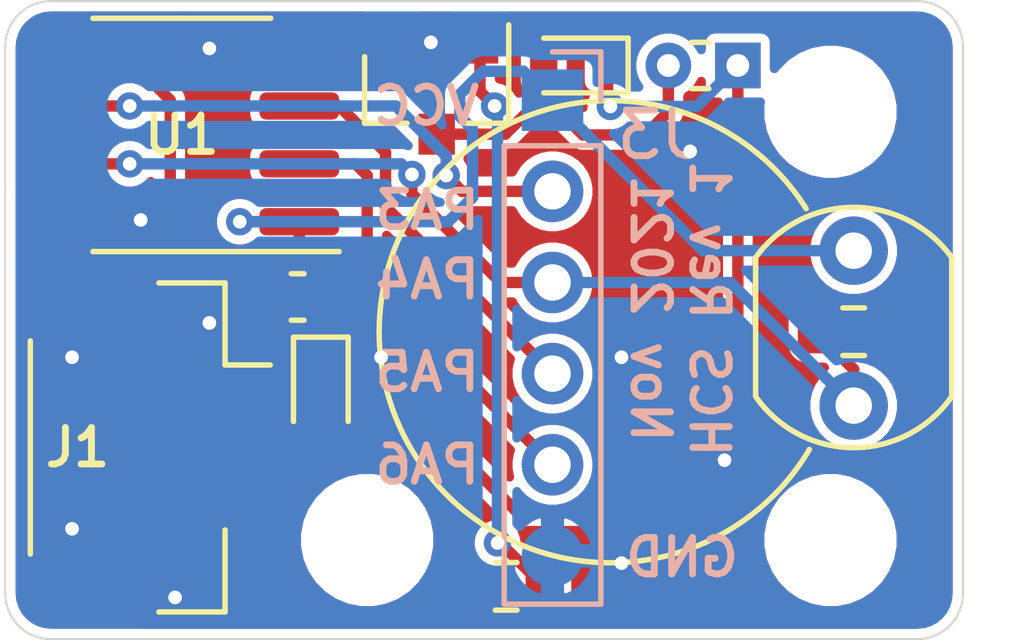
<source format=kicad_pcb>
(kicad_pcb (version 20171130) (host pcbnew "(5.1.8)-1")

  (general
    (thickness 1.6)
    (drawings 16)
    (tracks 93)
    (zones 0)
    (modules 14)
    (nets 11)
  )

  (page A4)
  (layers
    (0 F.Cu signal)
    (31 B.Cu signal)
    (32 B.Adhes user)
    (33 F.Adhes user)
    (34 B.Paste user)
    (35 F.Paste user)
    (36 B.SilkS user)
    (37 F.SilkS user)
    (38 B.Mask user)
    (39 F.Mask user)
    (40 Dwgs.User user)
    (41 Cmts.User user)
    (42 Eco1.User user)
    (43 Eco2.User user)
    (44 Edge.Cuts user)
    (45 Margin user)
    (46 B.CrtYd user)
    (47 F.CrtYd user)
    (48 B.Fab user hide)
    (49 F.Fab user hide)
  )

  (setup
    (last_trace_width 0.25)
    (user_trace_width 0.5)
    (trace_clearance 0.153)
    (zone_clearance 0.2)
    (zone_45_only no)
    (trace_min 0.2)
    (via_size 0.6)
    (via_drill 0.3)
    (via_min_size 0.4)
    (via_min_drill 0.3)
    (uvia_size 0.3)
    (uvia_drill 0.1)
    (uvias_allowed no)
    (uvia_min_size 0.2)
    (uvia_min_drill 0.1)
    (edge_width 0.05)
    (segment_width 0.2)
    (pcb_text_width 0.3)
    (pcb_text_size 1.5 1.5)
    (mod_edge_width 0.12)
    (mod_text_size 0.8 0.8)
    (mod_text_width 0.15)
    (pad_size 1.35 1.35)
    (pad_drill 0)
    (pad_to_mask_clearance 0)
    (aux_axis_origin 0 0)
    (grid_origin 189.16 103.6)
    (visible_elements 7FFDFF6F)
    (pcbplotparams
      (layerselection 0x010fc_ffffffff)
      (usegerberextensions false)
      (usegerberattributes true)
      (usegerberadvancedattributes true)
      (creategerberjobfile true)
      (excludeedgelayer true)
      (linewidth 0.100000)
      (plotframeref false)
      (viasonmask false)
      (mode 1)
      (useauxorigin false)
      (hpglpennumber 1)
      (hpglpenspeed 20)
      (hpglpendiameter 15.000000)
      (psnegative false)
      (psa4output false)
      (plotreference true)
      (plotvalue true)
      (plotinvisibletext false)
      (padsonsilk false)
      (subtractmaskfromsilk false)
      (outputformat 1)
      (mirror false)
      (drillshape 1)
      (scaleselection 1)
      (outputdirectory ""))
  )

  (net 0 "")
  (net 1 GND)
  (net 2 VCC)
  (net 3 "Net-(D1-Pad2)")
  (net 4 /PA6)
  (net 5 /PA5)
  (net 6 /PA4)
  (net 7 /PA3)
  (net 8 /MCU_VCC)
  (net 9 /PB7)
  (net 10 /PB1)

  (net_class Default "This is the default net class."
    (clearance 0.153)
    (trace_width 0.25)
    (via_dia 0.6)
    (via_drill 0.3)
    (uvia_dia 0.3)
    (uvia_drill 0.1)
    (add_net /MCU_VCC)
    (add_net /PA3)
    (add_net /PA4)
    (add_net /PA5)
    (add_net /PA6)
    (add_net /PB1)
    (add_net /PB7)
    (add_net GND)
    (add_net "Net-(D1-Pad2)")
    (add_net VCC)
  )

  (module Connector_PinHeader_2.00mm:PinHeader_1x06_P2.00mm_Vertical (layer B.Cu) (tedit 618CFEE5) (tstamp 618F16B8)
    (at 189.16 98.774 180)
    (descr "Through hole straight pin header, 1x06, 2.00mm pitch, single row")
    (tags "Through hole pin header THT 1x06 2.00mm single row")
    (path /618D6033)
    (fp_text reference J3 (at -2.286 -0.762 180) (layer B.SilkS)
      (effects (font (size 1 1) (thickness 0.15)) (justify mirror))
    )
    (fp_text value Prog (at 0 -12.06 180) (layer B.Fab)
      (effects (font (size 1 1) (thickness 0.15)) (justify mirror))
    )
    (fp_text user %R (at 0 -5 90) (layer B.Fab)
      (effects (font (size 1 1) (thickness 0.15)) (justify mirror))
    )
    (fp_line (start 1.5 1.5) (end -1.5 1.5) (layer B.CrtYd) (width 0.05))
    (fp_line (start 1.5 -11.5) (end 1.5 1.5) (layer B.CrtYd) (width 0.05))
    (fp_line (start -1.5 -11.5) (end 1.5 -11.5) (layer B.CrtYd) (width 0.05))
    (fp_line (start -1.5 1.5) (end -1.5 -11.5) (layer B.CrtYd) (width 0.05))
    (fp_line (start -1.06 1.06) (end 0 1.06) (layer B.SilkS) (width 0.12))
    (fp_line (start -1.06 0) (end -1.06 1.06) (layer B.SilkS) (width 0.12))
    (fp_line (start -1.06 -1) (end 1.06 -1) (layer B.SilkS) (width 0.12))
    (fp_line (start 1.06 -1) (end 1.06 -11.06) (layer B.SilkS) (width 0.12))
    (fp_line (start -1.06 -1) (end -1.06 -11.06) (layer B.SilkS) (width 0.12))
    (fp_line (start -1.06 -11.06) (end 1.06 -11.06) (layer B.SilkS) (width 0.12))
    (fp_line (start -1 0.5) (end -0.5 1) (layer B.Fab) (width 0.1))
    (fp_line (start -1 -11) (end -1 0.5) (layer B.Fab) (width 0.1))
    (fp_line (start 1 -11) (end -1 -11) (layer B.Fab) (width 0.1))
    (fp_line (start 1 1) (end 1 -11) (layer B.Fab) (width 0.1))
    (fp_line (start -0.5 1) (end 1 1) (layer B.Fab) (width 0.1))
    (pad 1 smd rect (at 0 0 180) (size 1.35 1.35) (layers B.Cu B.Paste B.Mask)
      (net 8 /MCU_VCC))
    (pad 2 thru_hole oval (at 0 -2 180) (size 1.35 1.35) (drill 0.8) (layers *.Cu *.Mask)
      (net 7 /PA3))
    (pad 3 thru_hole oval (at 0 -4 180) (size 1.35 1.35) (drill 0.8) (layers *.Cu *.Mask)
      (net 6 /PA4))
    (pad 4 thru_hole oval (at 0 -6 180) (size 1.35 1.35) (drill 0.8) (layers *.Cu *.Mask)
      (net 5 /PA5))
    (pad 5 thru_hole oval (at 0 -8 180) (size 1.35 1.35) (drill 0.8) (layers *.Cu *.Mask)
      (net 4 /PA6))
    (pad 6 smd oval (at 0 -10 180) (size 1.35 1.35) (layers B.Cu B.Paste B.Mask)
      (net 1 GND))
  )

  (module Resistor_SMD:R_0603_1608Metric (layer F.Cu) (tedit 5F68FEEE) (tstamp 618F13F6)
    (at 195.764 103.854)
    (descr "Resistor SMD 0603 (1608 Metric), square (rectangular) end terminal, IPC_7351 nominal, (Body size source: IPC-SM-782 page 72, https://www.pcb-3d.com/wordpress/wp-content/uploads/ipc-sm-782a_amendment_1_and_2.pdf), generated with kicad-footprint-generator")
    (tags resistor)
    (path /61864A94)
    (attr smd)
    (fp_text reference R2 (at -1.016 1.778 270) (layer F.SilkS) hide
      (effects (font (size 0.8 0.8) (thickness 0.15)))
    )
    (fp_text value 1.2kR (at 0 1.43) (layer F.Fab)
      (effects (font (size 1 1) (thickness 0.15)))
    )
    (fp_line (start 1.48 0.73) (end -1.48 0.73) (layer F.CrtYd) (width 0.05))
    (fp_line (start 1.48 -0.73) (end 1.48 0.73) (layer F.CrtYd) (width 0.05))
    (fp_line (start -1.48 -0.73) (end 1.48 -0.73) (layer F.CrtYd) (width 0.05))
    (fp_line (start -1.48 0.73) (end -1.48 -0.73) (layer F.CrtYd) (width 0.05))
    (fp_line (start -0.237258 0.5225) (end 0.237258 0.5225) (layer F.SilkS) (width 0.12))
    (fp_line (start -0.237258 -0.5225) (end 0.237258 -0.5225) (layer F.SilkS) (width 0.12))
    (fp_line (start 0.8 0.4125) (end -0.8 0.4125) (layer F.Fab) (width 0.1))
    (fp_line (start 0.8 -0.4125) (end 0.8 0.4125) (layer F.Fab) (width 0.1))
    (fp_line (start -0.8 -0.4125) (end 0.8 -0.4125) (layer F.Fab) (width 0.1))
    (fp_line (start -0.8 0.4125) (end -0.8 -0.4125) (layer F.Fab) (width 0.1))
    (fp_text user %R (at 0 0) (layer F.Fab)
      (effects (font (size 0.4 0.4) (thickness 0.06)))
    )
    (pad 2 smd roundrect (at 0.825 0) (size 0.8 0.95) (layers F.Cu F.Paste F.Mask) (roundrect_rratio 0.25)
      (net 1 GND))
    (pad 1 smd roundrect (at -0.825 0) (size 0.8 0.95) (layers F.Cu F.Paste F.Mask) (roundrect_rratio 0.25)
      (net 6 /PA4))
    (model ${KISYS3DMOD}/Resistor_SMD.3dshapes/R_0603_1608Metric.wrl
      (at (xyz 0 0 0))
      (scale (xyz 1 1 1))
      (rotate (xyz 0 0 0))
    )
  )

  (module Capacitor_SMD:C_0603_1608Metric (layer F.Cu) (tedit 5F68FEEE) (tstamp 6185540A)
    (at 183.572 103.092 180)
    (descr "Capacitor SMD 0603 (1608 Metric), square (rectangular) end terminal, IPC_7351 nominal, (Body size source: IPC-SM-782 page 76, https://www.pcb-3d.com/wordpress/wp-content/uploads/ipc-sm-782a_amendment_1_and_2.pdf), generated with kicad-footprint-generator")
    (tags capacitor)
    (path /618626AA)
    (attr smd)
    (fp_text reference C1 (at 0 -1.27) (layer F.SilkS) hide
      (effects (font (size 0.8 0.8) (thickness 0.15)))
    )
    (fp_text value 10nF (at 0 1.43) (layer F.Fab)
      (effects (font (size 1 1) (thickness 0.15)))
    )
    (fp_line (start 1.48 0.73) (end -1.48 0.73) (layer F.CrtYd) (width 0.05))
    (fp_line (start 1.48 -0.73) (end 1.48 0.73) (layer F.CrtYd) (width 0.05))
    (fp_line (start -1.48 -0.73) (end 1.48 -0.73) (layer F.CrtYd) (width 0.05))
    (fp_line (start -1.48 0.73) (end -1.48 -0.73) (layer F.CrtYd) (width 0.05))
    (fp_line (start -0.14058 0.51) (end 0.14058 0.51) (layer F.SilkS) (width 0.12))
    (fp_line (start -0.14058 -0.51) (end 0.14058 -0.51) (layer F.SilkS) (width 0.12))
    (fp_line (start 0.8 0.4) (end -0.8 0.4) (layer F.Fab) (width 0.1))
    (fp_line (start 0.8 -0.4) (end 0.8 0.4) (layer F.Fab) (width 0.1))
    (fp_line (start -0.8 -0.4) (end 0.8 -0.4) (layer F.Fab) (width 0.1))
    (fp_line (start -0.8 0.4) (end -0.8 -0.4) (layer F.Fab) (width 0.1))
    (fp_text user %R (at 0 0) (layer F.Fab)
      (effects (font (size 0.4 0.4) (thickness 0.06)))
    )
    (pad 2 smd roundrect (at 0.775 0 180) (size 0.9 0.95) (layers F.Cu F.Paste F.Mask) (roundrect_rratio 0.25)
      (net 1 GND))
    (pad 1 smd roundrect (at -0.775 0 180) (size 0.9 0.95) (layers F.Cu F.Paste F.Mask) (roundrect_rratio 0.25)
      (net 8 /MCU_VCC))
    (model ${KISYS3DMOD}/Capacitor_SMD.3dshapes/C_0603_1608Metric.wrl
      (at (xyz 0 0 0))
      (scale (xyz 1 1 1))
      (rotate (xyz 0 0 0))
    )
  )

  (module Resistor_SMD:R_0603_1608Metric (layer F.Cu) (tedit 5F68FEEE) (tstamp 618CA5EC)
    (at 188.144 109.442 180)
    (descr "Resistor SMD 0603 (1608 Metric), square (rectangular) end terminal, IPC_7351 nominal, (Body size source: IPC-SM-782 page 72, https://www.pcb-3d.com/wordpress/wp-content/uploads/ipc-sm-782a_amendment_1_and_2.pdf), generated with kicad-footprint-generator")
    (tags resistor)
    (path /618F1DEC)
    (attr smd)
    (fp_text reference R3 (at -2.286 0) (layer F.SilkS) hide
      (effects (font (size 0.8 0.8) (thickness 0.15)))
    )
    (fp_text value 47k (at 0 1.43) (layer F.Fab)
      (effects (font (size 1 1) (thickness 0.15)))
    )
    (fp_line (start 1.48 0.73) (end -1.48 0.73) (layer F.CrtYd) (width 0.05))
    (fp_line (start 1.48 -0.73) (end 1.48 0.73) (layer F.CrtYd) (width 0.05))
    (fp_line (start -1.48 -0.73) (end 1.48 -0.73) (layer F.CrtYd) (width 0.05))
    (fp_line (start -1.48 0.73) (end -1.48 -0.73) (layer F.CrtYd) (width 0.05))
    (fp_line (start -0.237258 0.5225) (end 0.237258 0.5225) (layer F.SilkS) (width 0.12))
    (fp_line (start -0.237258 -0.5225) (end 0.237258 -0.5225) (layer F.SilkS) (width 0.12))
    (fp_line (start 0.8 0.4125) (end -0.8 0.4125) (layer F.Fab) (width 0.1))
    (fp_line (start 0.8 -0.4125) (end 0.8 0.4125) (layer F.Fab) (width 0.1))
    (fp_line (start -0.8 -0.4125) (end 0.8 -0.4125) (layer F.Fab) (width 0.1))
    (fp_line (start -0.8 0.4125) (end -0.8 -0.4125) (layer F.Fab) (width 0.1))
    (fp_text user %R (at 0 0) (layer F.Fab)
      (effects (font (size 0.4 0.4) (thickness 0.06)))
    )
    (pad 2 smd roundrect (at 0.825 0 180) (size 0.8 0.95) (layers F.Cu F.Paste F.Mask) (roundrect_rratio 0.25)
      (net 1 GND))
    (pad 1 smd roundrect (at -0.825 0 180) (size 0.8 0.95) (layers F.Cu F.Paste F.Mask) (roundrect_rratio 0.25)
      (net 9 /PB7))
    (model ${KISYS3DMOD}/Resistor_SMD.3dshapes/R_0603_1608Metric.wrl
      (at (xyz 0 0 0))
      (scale (xyz 1 1 1))
      (rotate (xyz 0 0 0))
    )
  )

  (module Package_SO:SO-8_3.9x4.9mm_P1.27mm (layer F.Cu) (tedit 5D9F72B1) (tstamp 618F0883)
    (at 181.032 99.536 180)
    (descr "SO, 8 Pin (https://www.nxp.com/docs/en/data-sheet/PCF8523.pdf), generated with kicad-footprint-generator ipc_gullwing_generator.py")
    (tags "SO SO")
    (path /618CAB99)
    (attr smd)
    (fp_text reference U1 (at 0 0) (layer F.SilkS)
      (effects (font (size 0.8 0.8) (thickness 0.15)))
    )
    (fp_text value PFS172-SO8 (at 0 3.4) (layer F.Fab)
      (effects (font (size 1 1) (thickness 0.15)))
    )
    (fp_line (start 3.7 -2.7) (end -3.7 -2.7) (layer F.CrtYd) (width 0.05))
    (fp_line (start 3.7 2.7) (end 3.7 -2.7) (layer F.CrtYd) (width 0.05))
    (fp_line (start -3.7 2.7) (end 3.7 2.7) (layer F.CrtYd) (width 0.05))
    (fp_line (start -3.7 -2.7) (end -3.7 2.7) (layer F.CrtYd) (width 0.05))
    (fp_line (start -1.95 -1.475) (end -0.975 -2.45) (layer F.Fab) (width 0.1))
    (fp_line (start -1.95 2.45) (end -1.95 -1.475) (layer F.Fab) (width 0.1))
    (fp_line (start 1.95 2.45) (end -1.95 2.45) (layer F.Fab) (width 0.1))
    (fp_line (start 1.95 -2.45) (end 1.95 2.45) (layer F.Fab) (width 0.1))
    (fp_line (start -0.975 -2.45) (end 1.95 -2.45) (layer F.Fab) (width 0.1))
    (fp_line (start 0 -2.56) (end -3.45 -2.56) (layer F.SilkS) (width 0.12))
    (fp_line (start 0 -2.56) (end 1.95 -2.56) (layer F.SilkS) (width 0.12))
    (fp_line (start 0 2.56) (end -1.95 2.56) (layer F.SilkS) (width 0.12))
    (fp_line (start 0 2.56) (end 1.95 2.56) (layer F.SilkS) (width 0.12))
    (fp_text user %R (at 0 0) (layer F.Fab)
      (effects (font (size 0.98 0.98) (thickness 0.15)))
    )
    (pad 8 smd roundrect (at 2.575 -1.905 180) (size 1.75 0.6) (layers F.Cu F.Paste F.Mask) (roundrect_rratio 0.25)
      (net 1 GND))
    (pad 7 smd roundrect (at 2.575 -0.635 180) (size 1.75 0.6) (layers F.Cu F.Paste F.Mask) (roundrect_rratio 0.25)
      (net 6 /PA4))
    (pad 6 smd roundrect (at 2.575 0.635 180) (size 1.75 0.6) (layers F.Cu F.Paste F.Mask) (roundrect_rratio 0.25)
      (net 7 /PA3))
    (pad 5 smd roundrect (at 2.575 1.905 180) (size 1.75 0.6) (layers F.Cu F.Paste F.Mask) (roundrect_rratio 0.25)
      (net 10 /PB1))
    (pad 4 smd roundrect (at -2.575 1.905 180) (size 1.75 0.6) (layers F.Cu F.Paste F.Mask) (roundrect_rratio 0.25)
      (net 9 /PB7))
    (pad 3 smd roundrect (at -2.575 0.635 180) (size 1.75 0.6) (layers F.Cu F.Paste F.Mask) (roundrect_rratio 0.25)
      (net 5 /PA5))
    (pad 2 smd roundrect (at -2.575 -0.635 180) (size 1.75 0.6) (layers F.Cu F.Paste F.Mask) (roundrect_rratio 0.25)
      (net 4 /PA6))
    (pad 1 smd roundrect (at -2.575 -1.905 180) (size 1.75 0.6) (layers F.Cu F.Paste F.Mask) (roundrect_rratio 0.25)
      (net 8 /MCU_VCC))
    (model ${KISYS3DMOD}/Package_SO.3dshapes/SO-8_3.9x4.9mm_P1.27mm.wrl
      (at (xyz 0 0 0))
      (scale (xyz 1 1 1))
      (rotate (xyz 0 0 0))
    )
  )

  (module haptic-cloth:Motor (layer F.Cu) (tedit 618BCC58) (tstamp 618F1381)
    (at 192.462 98.012 180)
    (path /6185E2BA)
    (fp_text reference M1 (at -2.794 -1.27) (layer F.SilkS) hide
      (effects (font (size 0.8 0.8) (thickness 0.15)))
    )
    (fp_text value Motor_DC (at 0 -3.75) (layer F.Fab)
      (effects (font (size 1 1) (thickness 0.15)))
    )
    (fp_line (start 0.254 0.508) (end -0.127 0.508) (layer F.SilkS) (width 0.12))
    (fp_line (start -0.127 -0.508) (end 0.254 -0.508) (layer F.SilkS) (width 0.12))
    (pad 2 thru_hole circle (at 0.762 0 270) (size 1 1) (drill 0.5) (layers *.Cu *.Mask)
      (net 3 "Net-(D1-Pad2)"))
    (pad 1 thru_hole rect (at -0.762 0 270) (size 1 1) (drill 0.5) (layers *.Cu *.Mask)
      (net 2 VCC))
  )

  (module "haptic-cloth:Mounting Hole" (layer F.Cu) (tedit 618BC39F) (tstamp 618F13DE)
    (at 195.256 108.426)
    (path /6186A8FB)
    (fp_text reference H4 (at 0 2.25) (layer F.SilkS) hide
      (effects (font (size 0.8 0.8) (thickness 0.15)))
    )
    (fp_text value MountingHole (at 0 -2.25) (layer F.Fab)
      (effects (font (size 1 1) (thickness 0.15)))
    )
    (pad "" np_thru_hole circle (at 0 0) (size 2.5 2.5) (drill 2.5) (layers *.Cu *.Mask))
  )

  (module "haptic-cloth:Mounting Hole" (layer F.Cu) (tedit 618BC39F) (tstamp 618F1372)
    (at 195.256 99.028)
    (path /6186A8E9)
    (fp_text reference H3 (at 0 2.25) (layer F.SilkS) hide
      (effects (font (size 0.8 0.8) (thickness 0.15)))
    )
    (fp_text value MountingHole (at 0 -2.25) (layer F.Fab)
      (effects (font (size 1 1) (thickness 0.15)))
    )
    (pad "" np_thru_hole circle (at 0 0) (size 2.5 2.5) (drill 2.5) (layers *.Cu *.Mask))
  )

  (module "haptic-cloth:Mounting Hole" (layer F.Cu) (tedit 618BC39F) (tstamp 618C3D96)
    (at 185.096 108.426)
    (path /61869EB1)
    (fp_text reference H2 (at 0 2.25) (layer F.SilkS) hide
      (effects (font (size 0.8 0.8) (thickness 0.15)))
    )
    (fp_text value MountingHole (at 0 -2.25) (layer F.Fab)
      (effects (font (size 1 1) (thickness 0.15)))
    )
    (pad "" np_thru_hole circle (at 0 0) (size 2.5 2.5) (drill 2.5) (layers *.Cu *.Mask))
  )

  (module Connector_JST:JST_GH_SM03B-GHS-TB_1x03-1MP_P1.25mm_Horizontal (layer F.Cu) (tedit 5B78AD87) (tstamp 618C9C53)
    (at 180.27 106.394 270)
    (descr "JST GH series connector, SM03B-GHS-TB (http://www.jst-mfg.com/product/pdf/eng/eGH.pdf), generated with kicad-footprint-generator")
    (tags "connector JST GH top entry")
    (path /6184DCAC)
    (attr smd)
    (fp_text reference J1 (at 0 1.524 180) (layer F.SilkS)
      (effects (font (size 0.8 0.8) (thickness 0.15)))
    )
    (fp_text value Conn_01x03 (at 0 3.9 90) (layer F.Fab)
      (effects (font (size 1 1) (thickness 0.15)))
    )
    (fp_line (start -1.25 -0.892893) (end -0.75 -1.6) (layer F.Fab) (width 0.1))
    (fp_line (start -1.75 -1.6) (end -1.25 -0.892893) (layer F.Fab) (width 0.1))
    (fp_line (start 4.1 -3.2) (end -4.1 -3.2) (layer F.CrtYd) (width 0.05))
    (fp_line (start 4.1 3.2) (end 4.1 -3.2) (layer F.CrtYd) (width 0.05))
    (fp_line (start -4.1 3.2) (end 4.1 3.2) (layer F.CrtYd) (width 0.05))
    (fp_line (start -4.1 -3.2) (end -4.1 3.2) (layer F.CrtYd) (width 0.05))
    (fp_line (start 3.5 -1.6) (end 3.5 2.45) (layer F.Fab) (width 0.1))
    (fp_line (start -3.5 -1.6) (end -3.5 2.45) (layer F.Fab) (width 0.1))
    (fp_line (start -3.5 2.45) (end 3.5 2.45) (layer F.Fab) (width 0.1))
    (fp_line (start -2.34 2.56) (end 2.34 2.56) (layer F.SilkS) (width 0.12))
    (fp_line (start 3.61 -1.71) (end 1.81 -1.71) (layer F.SilkS) (width 0.12))
    (fp_line (start 3.61 -0.26) (end 3.61 -1.71) (layer F.SilkS) (width 0.12))
    (fp_line (start -1.81 -1.71) (end -1.81 -2.7) (layer F.SilkS) (width 0.12))
    (fp_line (start -3.61 -1.71) (end -1.81 -1.71) (layer F.SilkS) (width 0.12))
    (fp_line (start -3.61 -0.26) (end -3.61 -1.71) (layer F.SilkS) (width 0.12))
    (fp_line (start -3.5 -1.6) (end 3.5 -1.6) (layer F.Fab) (width 0.1))
    (fp_text user %R (at 0 0 90) (layer F.Fab)
      (effects (font (size 1 1) (thickness 0.15)))
    )
    (pad MP smd roundrect (at 3.1 1.35 270) (size 1 2.7) (layers F.Cu F.Paste F.Mask) (roundrect_rratio 0.25))
    (pad MP smd roundrect (at -3.1 1.35 270) (size 1 2.7) (layers F.Cu F.Paste F.Mask) (roundrect_rratio 0.25))
    (pad 3 smd roundrect (at 1.25 -1.85 270) (size 0.6 1.7) (layers F.Cu F.Paste F.Mask) (roundrect_rratio 0.25)
      (net 1 GND))
    (pad 2 smd roundrect (at 0 -1.85 270) (size 0.6 1.7) (layers F.Cu F.Paste F.Mask) (roundrect_rratio 0.25)
      (net 10 /PB1))
    (pad 1 smd roundrect (at -1.25 -1.85 270) (size 0.6 1.7) (layers F.Cu F.Paste F.Mask) (roundrect_rratio 0.25)
      (net 2 VCC))
    (model ${KISYS3DMOD}/Connector_JST.3dshapes/JST_GH_SM03B-GHS-TB_1x03-1MP_P1.25mm_Horizontal.wrl
      (at (xyz 0 0 0))
      (scale (xyz 1 1 1))
      (rotate (xyz 0 0 0))
    )
  )

  (module OptoDevice:R_LDR_5.1x4.3mm_P3.4mm_Vertical (layer F.Cu) (tedit 5B8603DB) (tstamp 618F1435)
    (at 195.764 102.076 270)
    (descr "Resistor, LDR 5.1x3.4mm, see http://yourduino.com/docs/Photoresistor-5516-datasheet.pdf")
    (tags "Resistor LDR5.1x3.4mm")
    (path /61863C9B)
    (fp_text reference R1 (at 1.7 0 180) (layer F.SilkS) hide
      (effects (font (size 0.8 0.8) (thickness 0.15)))
    )
    (fp_text value R_PHOTO (at 1.5 3 90) (layer F.Fab)
      (effects (font (size 1 1) (thickness 0.15)))
    )
    (fp_line (start 4.53 2.35) (end -1.13 2.35) (layer F.CrtYd) (width 0.05))
    (fp_line (start 4.53 2.35) (end 4.53 -2.35) (layer F.CrtYd) (width 0.05))
    (fp_line (start -1.13 -2.35) (end -1.13 2.35) (layer F.CrtYd) (width 0.05))
    (fp_line (start -1.13 -2.35) (end 4.53 -2.35) (layer F.CrtYd) (width 0.05))
    (fp_line (start 0.2 -2.1) (end 3.2 -2.1) (layer F.Fab) (width 0.1))
    (fp_line (start 3.2 2.1) (end 0.2 2.1) (layer F.Fab) (width 0.1))
    (fp_line (start 0.8 1.8) (end 2.6 1.8) (layer F.Fab) (width 0.1))
    (fp_line (start 0.8 1.2) (end 0.8 1.8) (layer F.Fab) (width 0.1))
    (fp_line (start 2.6 1.2) (end 0.8 1.2) (layer F.Fab) (width 0.1))
    (fp_line (start 2.6 0.6) (end 2.6 1.2) (layer F.Fab) (width 0.1))
    (fp_line (start 1 0) (end 1 0.6) (layer F.Fab) (width 0.1))
    (fp_line (start 0.8 -1.2) (end 0.8 -0.6) (layer F.Fab) (width 0.1))
    (fp_line (start 2.6 -1.2) (end 0.8 -1.2) (layer F.Fab) (width 0.1))
    (fp_line (start 2.6 -1.8) (end 2.6 -1.2) (layer F.Fab) (width 0.1))
    (fp_line (start 0.8 -1.8) (end 2.6 -1.8) (layer F.Fab) (width 0.1))
    (fp_line (start 2.6 0.6) (end 1 0.6) (layer F.Fab) (width 0.1))
    (fp_line (start 2.3 -0.6) (end 0.8 -0.6) (layer F.Fab) (width 0.1))
    (fp_line (start 2.3 0) (end 2.3 -0.6) (layer F.Fab) (width 0.1))
    (fp_line (start 1 0) (end 2.3 0) (layer F.Fab) (width 0.1))
    (fp_line (start 0.15 -2.15) (end 3.2 -2.15) (layer F.SilkS) (width 0.12))
    (fp_line (start 0.15 2.15) (end 3.2 2.15) (layer F.SilkS) (width 0.12))
    (fp_arc (start 1.7 0) (end 0.2 2.1) (angle 109) (layer F.Fab) (width 0.1))
    (fp_arc (start 1.7 0) (end 3.2 -2.1) (angle 109) (layer F.Fab) (width 0.1))
    (fp_arc (start 1.7 0) (end 3.2 -2.15) (angle 109) (layer F.SilkS) (width 0.12))
    (fp_arc (start 1.7 0) (end 0.15 2.15) (angle 109) (layer F.SilkS) (width 0.12))
    (fp_text user %R (at 1.7 -2.9 90) (layer F.Fab)
      (effects (font (size 1 1) (thickness 0.15)))
    )
    (pad 2 thru_hole circle (at 3.4 0 270) (size 1.5 1.5) (drill 0.8) (layers *.Cu *.Mask)
      (net 6 /PA4))
    (pad 1 thru_hole circle (at 0 0 270) (size 1.5 1.5) (drill 0.8) (layers *.Cu *.Mask)
      (net 8 /MCU_VCC))
    (model ${KISYS3DMOD}/OptoDevice.3dshapes/R_LDR_5.1x4.3mm_P3.4mm_Vertical.wrl
      (at (xyz 0 0 0))
      (scale (xyz 1 1 1))
      (rotate (xyz 0 0 0))
    )
  )

  (module Diode_SMD:D_SOD-523 (layer F.Cu) (tedit 586419F0) (tstamp 6187D462)
    (at 184.08 105.124 270)
    (descr "http://www.diodes.com/datasheets/ap02001.pdf p.144")
    (tags "Diode SOD523")
    (path /61878EDB)
    (attr smd)
    (fp_text reference D2 (at 0 -1.27 90) (layer F.SilkS) hide
      (effects (font (size 0.8 0.8) (thickness 0.15)))
    )
    (fp_text value 1N5819 (at 0 1.4 90) (layer F.Fab)
      (effects (font (size 0.8 0.8) (thickness 0.15)))
    )
    (fp_line (start 0.7 0.6) (end -1.15 0.6) (layer F.SilkS) (width 0.12))
    (fp_line (start 0.7 -0.6) (end -1.15 -0.6) (layer F.SilkS) (width 0.12))
    (fp_line (start 0.65 0.45) (end -0.65 0.45) (layer F.Fab) (width 0.1))
    (fp_line (start -0.65 0.45) (end -0.65 -0.45) (layer F.Fab) (width 0.1))
    (fp_line (start -0.65 -0.45) (end 0.65 -0.45) (layer F.Fab) (width 0.1))
    (fp_line (start 0.65 -0.45) (end 0.65 0.45) (layer F.Fab) (width 0.1))
    (fp_line (start -0.2 0.2) (end -0.2 -0.2) (layer F.Fab) (width 0.1))
    (fp_line (start -0.2 0) (end -0.35 0) (layer F.Fab) (width 0.1))
    (fp_line (start -0.2 0) (end 0.1 0.2) (layer F.Fab) (width 0.1))
    (fp_line (start 0.1 0.2) (end 0.1 -0.2) (layer F.Fab) (width 0.1))
    (fp_line (start 0.1 -0.2) (end -0.2 0) (layer F.Fab) (width 0.1))
    (fp_line (start 0.1 0) (end 0.25 0) (layer F.Fab) (width 0.1))
    (fp_line (start 1.25 0.7) (end -1.25 0.7) (layer F.CrtYd) (width 0.05))
    (fp_line (start -1.25 0.7) (end -1.25 -0.7) (layer F.CrtYd) (width 0.05))
    (fp_line (start -1.25 -0.7) (end 1.25 -0.7) (layer F.CrtYd) (width 0.05))
    (fp_line (start 1.25 -0.7) (end 1.25 0.7) (layer F.CrtYd) (width 0.05))
    (fp_line (start -1.15 -0.6) (end -1.15 0.6) (layer F.SilkS) (width 0.12))
    (fp_text user %R (at 0 -1.3 90) (layer F.Fab)
      (effects (font (size 0.8 0.8) (thickness 0.15)))
    )
    (pad 1 smd rect (at -0.7 0 90) (size 0.6 0.7) (layers F.Cu F.Paste F.Mask)
      (net 8 /MCU_VCC))
    (pad 2 smd rect (at 0.7 0 90) (size 0.6 0.7) (layers F.Cu F.Paste F.Mask)
      (net 2 VCC))
    (model ${KISYS3DMOD}/Diode_SMD.3dshapes/D_SOD-523.wrl
      (at (xyz 0 0 0))
      (scale (xyz 1 1 1))
      (rotate (xyz 0 0 0))
    )
  )

  (module Diode_SMD:D_SOD-523 (layer F.Cu) (tedit 586419F0) (tstamp 618F148D)
    (at 189.668 98.012 180)
    (descr "http://www.diodes.com/datasheets/ap02001.pdf p.144")
    (tags "Diode SOD523")
    (path /61880053)
    (attr smd)
    (fp_text reference D1 (at -2.032 0) (layer F.SilkS) hide
      (effects (font (size 0.8 0.8) (thickness 0.15)))
    )
    (fp_text value 1N5819 (at 0 1.4) (layer F.Fab)
      (effects (font (size 0.8 0.8) (thickness 0.15)))
    )
    (fp_line (start 0.7 0.6) (end -1.15 0.6) (layer F.SilkS) (width 0.12))
    (fp_line (start 0.7 -0.6) (end -1.15 -0.6) (layer F.SilkS) (width 0.12))
    (fp_line (start 0.65 0.45) (end -0.65 0.45) (layer F.Fab) (width 0.1))
    (fp_line (start -0.65 0.45) (end -0.65 -0.45) (layer F.Fab) (width 0.1))
    (fp_line (start -0.65 -0.45) (end 0.65 -0.45) (layer F.Fab) (width 0.1))
    (fp_line (start 0.65 -0.45) (end 0.65 0.45) (layer F.Fab) (width 0.1))
    (fp_line (start -0.2 0.2) (end -0.2 -0.2) (layer F.Fab) (width 0.1))
    (fp_line (start -0.2 0) (end -0.35 0) (layer F.Fab) (width 0.1))
    (fp_line (start -0.2 0) (end 0.1 0.2) (layer F.Fab) (width 0.1))
    (fp_line (start 0.1 0.2) (end 0.1 -0.2) (layer F.Fab) (width 0.1))
    (fp_line (start 0.1 -0.2) (end -0.2 0) (layer F.Fab) (width 0.1))
    (fp_line (start 0.1 0) (end 0.25 0) (layer F.Fab) (width 0.1))
    (fp_line (start 1.25 0.7) (end -1.25 0.7) (layer F.CrtYd) (width 0.05))
    (fp_line (start -1.25 0.7) (end -1.25 -0.7) (layer F.CrtYd) (width 0.05))
    (fp_line (start -1.25 -0.7) (end 1.25 -0.7) (layer F.CrtYd) (width 0.05))
    (fp_line (start 1.25 -0.7) (end 1.25 0.7) (layer F.CrtYd) (width 0.05))
    (fp_line (start -1.15 -0.6) (end -1.15 0.6) (layer F.SilkS) (width 0.12))
    (fp_text user %R (at 0 -1.3) (layer F.Fab)
      (effects (font (size 0.8 0.8) (thickness 0.15)))
    )
    (pad 1 smd rect (at -0.7 0) (size 0.6 0.7) (layers F.Cu F.Paste F.Mask)
      (net 2 VCC))
    (pad 2 smd rect (at 0.7 0) (size 0.6 0.7) (layers F.Cu F.Paste F.Mask)
      (net 3 "Net-(D1-Pad2)"))
    (model ${KISYS3DMOD}/Diode_SMD.3dshapes/D_SOD-523.wrl
      (at (xyz 0 0 0))
      (scale (xyz 1 1 1))
      (rotate (xyz 0 0 0))
    )
  )

  (module Package_TO_SOT_SMD:SOT-23 (layer F.Cu) (tedit 5A02FF57) (tstamp 618F0BD9)
    (at 186.62 98.52 270)
    (descr "SOT-23, Standard")
    (tags SOT-23)
    (path /61850669)
    (attr smd)
    (fp_text reference Q1 (at 1.524 -1.348 180) (layer F.SilkS) hide
      (effects (font (size 0.8 0.8) (thickness 0.15)))
    )
    (fp_text value BSS138 (at 0 2.5 90) (layer F.Fab)
      (effects (font (size 0.8 0.8) (thickness 0.15)))
    )
    (fp_line (start 0.76 1.58) (end -0.7 1.58) (layer F.SilkS) (width 0.12))
    (fp_line (start 0.76 -1.58) (end -1.4 -1.58) (layer F.SilkS) (width 0.12))
    (fp_line (start -1.7 1.75) (end -1.7 -1.75) (layer F.CrtYd) (width 0.05))
    (fp_line (start 1.7 1.75) (end -1.7 1.75) (layer F.CrtYd) (width 0.05))
    (fp_line (start 1.7 -1.75) (end 1.7 1.75) (layer F.CrtYd) (width 0.05))
    (fp_line (start -1.7 -1.75) (end 1.7 -1.75) (layer F.CrtYd) (width 0.05))
    (fp_line (start 0.76 -1.58) (end 0.76 -0.65) (layer F.SilkS) (width 0.12))
    (fp_line (start 0.76 1.58) (end 0.76 0.65) (layer F.SilkS) (width 0.12))
    (fp_line (start -0.7 1.52) (end 0.7 1.52) (layer F.Fab) (width 0.1))
    (fp_line (start 0.7 -1.52) (end 0.7 1.52) (layer F.Fab) (width 0.1))
    (fp_line (start -0.7 -0.95) (end -0.15 -1.52) (layer F.Fab) (width 0.1))
    (fp_line (start -0.15 -1.52) (end 0.7 -1.52) (layer F.Fab) (width 0.1))
    (fp_line (start -0.7 -0.95) (end -0.7 1.5) (layer F.Fab) (width 0.1))
    (fp_text user %R (at 0 0) (layer F.Fab)
      (effects (font (size 0.8 0.8) (thickness 0.15)))
    )
    (pad 3 smd rect (at 1 0 270) (size 0.9 0.8) (layers F.Cu F.Paste F.Mask)
      (net 3 "Net-(D1-Pad2)"))
    (pad 2 smd rect (at -1 0.95 270) (size 0.9 0.8) (layers F.Cu F.Paste F.Mask)
      (net 1 GND))
    (pad 1 smd rect (at -1 -0.95 270) (size 0.9 0.8) (layers F.Cu F.Paste F.Mask)
      (net 9 /PB7))
    (model ${KISYS3DMOD}/Package_TO_SOT_SMD.3dshapes/SOT-23.wrl
      (at (xyz 0 0 0))
      (scale (xyz 1 1 1))
      (rotate (xyz 0 0 0))
    )
  )

  (gr_text "HCS Rev 1\nNov 2021" (at 191.954 103.346 270) (layer B.SilkS)
    (effects (font (size 0.8 0.8) (thickness 0.15)) (justify mirror))
  )
  (gr_text GND (at 190.684 108.807) (layer B.SilkS) (tstamp 618F2E85)
    (effects (font (size 0.8 0.8) (thickness 0.15)) (justify right mirror))
  )
  (gr_text PA6 (at 187.636 106.775) (layer B.SilkS)
    (effects (font (size 0.8 0.8) (thickness 0.15)) (justify left mirror))
  )
  (gr_text PA5 (at 187.636 104.743) (layer B.SilkS)
    (effects (font (size 0.8 0.8) (thickness 0.15)) (justify left mirror))
  )
  (gr_text PA4 (at 187.636 102.711) (layer B.SilkS)
    (effects (font (size 0.8 0.8) (thickness 0.15)) (justify left mirror))
  )
  (gr_text PA3 (at 187.636 101.187) (layer B.SilkS)
    (effects (font (size 0.8 0.8) (thickness 0.15)) (justify left mirror))
  )
  (gr_text VCC (at 187.636 98.901) (layer B.SilkS)
    (effects (font (size 0.8 0.8) (thickness 0.15)) (justify left mirror))
  )
  (gr_arc (start 190.43 103.854) (end 194.722 101.154) (angle -297.2020172) (layer F.SilkS) (width 0.12) (tstamp 618F1474))
  (gr_arc (start 197.16 109.6) (end 197.16 110.6) (angle -90) (layer Edge.Cuts) (width 0.05))
  (gr_line (start 198.16 109.6) (end 198.16 97.6) (layer Edge.Cuts) (width 0.05))
  (gr_arc (start 178.16 97.6) (end 178.16 96.6) (angle -90) (layer Edge.Cuts) (width 0.05))
  (gr_line (start 197.16 96.6) (end 178.16 96.6) (layer Edge.Cuts) (width 0.05) (tstamp 618F08BE))
  (gr_line (start 178.16 110.6) (end 197.16 110.6) (layer Edge.Cuts) (width 0.05))
  (gr_arc (start 178.16 109.6) (end 177.16 109.6) (angle -90) (layer Edge.Cuts) (width 0.05))
  (gr_line (start 177.16 97.6) (end 177.16 109.6) (layer Edge.Cuts) (width 0.05) (tstamp 618C94F3))
  (gr_arc (start 197.16 97.6) (end 198.16 97.6) (angle -90) (layer Edge.Cuts) (width 0.05))

  (via (at 186.493 97.504) (size 0.6) (drill 0.3) (layers F.Cu B.Cu) (net 1))
  (via (at 178.6245 104.4145) (size 0.6) (drill 0.3) (layers F.Cu B.Cu) (net 1) (tstamp 21))
  (via (at 178.6245 108.1795) (size 0.6) (drill 0.3) (layers F.Cu B.Cu) (net 1) (tstamp 21))
  (via (at 180.1305 101.4025) (size 0.6) (drill 0.3) (layers F.Cu B.Cu) (net 1) (tstamp 21))
  (via (at 180.8835 109.6855) (size 0.6) (drill 0.3) (layers F.Cu B.Cu) (net 1) (tstamp 21))
  (via (at 181.6365 97.6375) (size 0.6) (drill 0.3) (layers F.Cu B.Cu) (net 1) (tstamp 21))
  (via (at 181.6365 103.6615) (size 0.6) (drill 0.3) (layers F.Cu B.Cu) (net 1) (tstamp 21))
  (via (at 185.4015 104.4145) (size 0.6) (drill 0.3) (layers F.Cu B.Cu) (net 1) (tstamp 21))
  (via (at 190.6725 104.4145) (size 0.6) (drill 0.3) (layers F.Cu B.Cu) (net 1) (tstamp 21))
  (via (at 190.6725 108.9325) (size 0.6) (drill 0.3) (layers F.Cu B.Cu) (net 1) (tstamp 21))
  (via (at 192.1785 99.8965) (size 0.6) (drill 0.3) (layers F.Cu B.Cu) (net 1) (tstamp 21))
  (via (at 192.9315 106.6735) (size 0.6) (drill 0.3) (layers F.Cu B.Cu) (net 1) (tstamp 21))
  (via (at 190.43 98.911) (size 0.6) (drill 0.3) (layers F.Cu B.Cu) (net 2))
  (segment (start 190.368 98.849) (end 190.43 98.911) (width 0.25) (layer F.Cu) (net 2))
  (segment (start 190.368 98.012) (end 190.368 98.849) (width 0.25) (layer F.Cu) (net 2))
  (segment (start 192.325 98.911) (end 193.224 98.012) (width 0.25) (layer B.Cu) (net 2))
  (segment (start 190.43 98.911) (end 192.325 98.911) (width 0.25) (layer B.Cu) (net 2))
  (segment (start 183.4 105.144) (end 184.08 105.824) (width 0.5) (layer F.Cu) (net 2))
  (segment (start 182.12 105.144) (end 183.4 105.144) (width 0.5) (layer F.Cu) (net 2))
  (segment (start 193.224 104.489) (end 193.224 98.012) (width 0.25) (layer F.Cu) (net 2))
  (segment (start 189.922 107.791) (end 193.224 104.489) (width 0.25) (layer F.Cu) (net 2))
  (segment (start 188.364444 107.791) (end 189.922 107.791) (width 0.25) (layer F.Cu) (net 2))
  (segment (start 186.397444 105.824) (end 188.364444 107.791) (width 0.25) (layer F.Cu) (net 2))
  (segment (start 184.08 105.824) (end 186.397444 105.824) (width 0.25) (layer F.Cu) (net 2))
  (segment (start 188.968 98.012) (end 188.968 98.678) (width 0.25) (layer F.Cu) (net 3))
  (segment (start 188.126 99.52) (end 188.968 98.678) (width 0.25) (layer F.Cu) (net 3))
  (segment (start 186.62 99.52) (end 188.126 99.52) (width 0.25) (layer F.Cu) (net 3))
  (segment (start 188.968 98.678) (end 189.826 99.536) (width 0.25) (layer F.Cu) (net 3))
  (segment (start 189.826 99.536) (end 191.192 99.536) (width 0.25) (layer F.Cu) (net 3))
  (segment (start 191.192 99.536) (end 191.7 99.028) (width 0.25) (layer F.Cu) (net 3))
  (segment (start 191.7 99.028) (end 191.7 98.012) (width 0.25) (layer F.Cu) (net 3))
  (segment (start 185.096 102.71) (end 189.16 106.774) (width 0.25) (layer F.Cu) (net 4))
  (segment (start 184.842 100.171) (end 185.096 100.425) (width 0.25) (layer F.Cu) (net 4))
  (segment (start 185.096 100.425) (end 185.096 102.71) (width 0.25) (layer F.Cu) (net 4))
  (segment (start 183.607 100.171) (end 184.842 100.171) (width 0.25) (layer F.Cu) (net 4))
  (segment (start 185.499011 101.113011) (end 188.485001 104.099001) (width 0.25) (layer F.Cu) (net 5))
  (segment (start 184.482 98.901) (end 185.499011 99.918011) (width 0.25) (layer F.Cu) (net 5))
  (segment (start 188.485001 104.099001) (end 189.16 104.774) (width 0.25) (layer F.Cu) (net 5))
  (segment (start 185.499011 99.918011) (end 185.499011 101.113011) (width 0.25) (layer F.Cu) (net 5))
  (segment (start 183.607 98.901) (end 184.482 98.901) (width 0.25) (layer F.Cu) (net 5))
  (segment (start 195.764 104.679) (end 194.939 103.854) (width 0.25) (layer F.Cu) (net 6))
  (segment (start 195.764 105.476) (end 195.764 104.679) (width 0.25) (layer F.Cu) (net 6))
  (via (at 179.889 100.171) (size 0.6) (drill 0.3) (layers F.Cu B.Cu) (net 6))
  (segment (start 178.457 100.171) (end 179.889 100.171) (width 0.25) (layer F.Cu) (net 6))
  (segment (start 179.889 100.171) (end 185.8449 100.171) (width 0.25) (layer B.Cu) (net 6))
  (segment (start 185.8449 100.171) (end 186.077021 100.403121) (width 0.25) (layer B.Cu) (net 6))
  (via (at 186.077021 100.403121) (size 0.6) (drill 0.3) (layers F.Cu B.Cu) (net 6))
  (segment (start 186.077021 100.827385) (end 186.077021 100.403121) (width 0.25) (layer F.Cu) (net 6))
  (segment (start 188.023636 102.774) (end 186.077021 100.827385) (width 0.25) (layer F.Cu) (net 6))
  (segment (start 189.16 102.774) (end 188.023636 102.774) (width 0.25) (layer F.Cu) (net 6))
  (segment (start 193.062 102.774) (end 195.764 105.476) (width 0.25) (layer B.Cu) (net 6))
  (segment (start 189.16 102.774) (end 193.062 102.774) (width 0.25) (layer B.Cu) (net 6))
  (via (at 179.889 98.901) (size 0.6) (drill 0.3) (layers F.Cu B.Cu) (net 7))
  (segment (start 178.457 98.901) (end 179.889 98.901) (width 0.25) (layer F.Cu) (net 7))
  (segment (start 179.889 98.901) (end 185.727197 98.901) (width 0.25) (layer B.Cu) (net 7))
  (via (at 186.829631 100.427698) (size 0.6) (drill 0.3) (layers F.Cu B.Cu) (net 7))
  (segment (start 185.727197 98.901) (end 186.829631 100.003434) (width 0.25) (layer B.Cu) (net 7))
  (segment (start 186.829631 100.003434) (end 186.829631 100.427698) (width 0.25) (layer B.Cu) (net 7))
  (segment (start 189.16 100.774) (end 187.175933 100.774) (width 0.25) (layer F.Cu) (net 7))
  (segment (start 187.175933 100.774) (end 186.829631 100.427698) (width 0.25) (layer F.Cu) (net 7))
  (segment (start 192.462 102.076) (end 195.764 102.076) (width 0.25) (layer B.Cu) (net 8))
  (segment (start 189.16 98.774) (end 192.462 102.076) (width 0.25) (layer B.Cu) (net 8))
  (segment (start 184.08 103.359) (end 184.08 104.424) (width 0.25) (layer F.Cu) (net 8))
  (segment (start 184.347 103.092) (end 184.08 103.359) (width 0.25) (layer F.Cu) (net 8))
  (segment (start 183.607 102.352) (end 184.347 103.092) (width 0.25) (layer F.Cu) (net 8))
  (segment (start 183.607 101.441) (end 183.607 102.352) (width 0.25) (layer F.Cu) (net 8))
  (via (at 182.302 101.441) (size 0.6) (drill 0.3) (layers F.Cu B.Cu) (net 8))
  (segment (start 183.607 101.441) (end 182.302 101.441) (width 0.25) (layer F.Cu) (net 8))
  (segment (start 188.525 98.139) (end 189.16 98.774) (width 0.25) (layer B.Cu) (net 8))
  (segment (start 187.128 98.647) (end 187.636 98.139) (width 0.25) (layer B.Cu) (net 8))
  (segment (start 187.128 99.129368) (end 187.128 98.647) (width 0.25) (layer B.Cu) (net 8))
  (segment (start 187.407632 99.409) (end 187.128 99.129368) (width 0.25) (layer B.Cu) (net 8))
  (segment (start 187.407632 100.907368) (end 187.407632 99.409) (width 0.25) (layer B.Cu) (net 8))
  (segment (start 187.636 98.139) (end 188.525 98.139) (width 0.25) (layer B.Cu) (net 8))
  (segment (start 186.874 101.441) (end 187.407632 100.907368) (width 0.25) (layer B.Cu) (net 8))
  (segment (start 182.302 101.441) (end 186.874 101.441) (width 0.25) (layer B.Cu) (net 8))
  (segment (start 186.697 98.393) (end 187.57 97.52) (width 0.25) (layer F.Cu) (net 9))
  (segment (start 185.107998 98.393) (end 186.697 98.393) (width 0.25) (layer F.Cu) (net 9))
  (segment (start 184.345998 97.631) (end 185.107998 98.393) (width 0.25) (layer F.Cu) (net 9))
  (segment (start 183.607 97.631) (end 184.345998 97.631) (width 0.25) (layer F.Cu) (net 9))
  (via (at 187.953482 108.489482) (size 0.6) (drill 0.3) (layers F.Cu B.Cu) (net 9))
  (segment (start 188.969 109.442) (end 188.016482 108.489482) (width 0.25) (layer F.Cu) (net 9))
  (segment (start 188.016482 108.489482) (end 187.953482 108.489482) (width 0.25) (layer F.Cu) (net 9))
  (via (at 187.89 98.901) (size 0.6) (drill 0.3) (layers F.Cu B.Cu) (net 9))
  (segment (start 187.57 97.52) (end 187.57 98.581) (width 0.25) (layer F.Cu) (net 9))
  (segment (start 187.57 98.581) (end 187.89 98.901) (width 0.25) (layer F.Cu) (net 9))
  (segment (start 187.953482 108.489482) (end 187.953482 98.964482) (width 0.25) (layer B.Cu) (net 9))
  (segment (start 187.953482 98.964482) (end 187.89 98.901) (width 0.25) (layer B.Cu) (net 9))
  (segment (start 181.151 106.394) (end 182.12 106.394) (width 0.25) (layer F.Cu) (net 10))
  (segment (start 180.778 106.021) (end 181.151 106.394) (width 0.25) (layer F.Cu) (net 10))
  (segment (start 180.778 98.774) (end 180.778 106.021) (width 0.25) (layer F.Cu) (net 10))
  (segment (start 179.635 97.631) (end 180.778 98.774) (width 0.25) (layer F.Cu) (net 10))
  (segment (start 178.457 97.631) (end 179.635 97.631) (width 0.25) (layer F.Cu) (net 10))

  (zone (net 1) (net_name GND) (layer F.Cu) (tstamp 618F196D) (hatch edge 0.508)
    (connect_pads (clearance 0.2))
    (min_thickness 0.2)
    (fill yes (arc_segments 32) (thermal_gap 0.2) (thermal_bridge_width 0.508))
    (polygon
      (pts
        (xy 198.16 110.6) (xy 177.16 110.6) (xy 177.16 96.6) (xy 198.16 96.6)
      )
    )
    (filled_polygon
      (pts
        (xy 197.290805 96.939384) (xy 197.416629 96.977373) (xy 197.532675 97.039076) (xy 197.634532 97.122148) (xy 197.71831 97.223418)
        (xy 197.780819 97.339027) (xy 197.819686 97.464586) (xy 197.835001 97.610295) (xy 197.835 109.584104) (xy 197.820616 109.730805)
        (xy 197.782627 109.856629) (xy 197.720924 109.972675) (xy 197.637853 110.074531) (xy 197.536586 110.158307) (xy 197.420973 110.220819)
        (xy 197.29541 110.259687) (xy 197.149716 110.275) (xy 180.16007 110.275) (xy 180.231031 110.253474) (xy 180.32637 110.202515)
        (xy 180.409935 110.133935) (xy 180.478515 110.05037) (xy 180.529474 109.955031) (xy 180.560855 109.851583) (xy 180.571451 109.744)
        (xy 180.571451 109.244) (xy 180.560855 109.136417) (xy 180.529474 109.032969) (xy 180.478515 108.93763) (xy 180.409935 108.854065)
        (xy 180.32637 108.785485) (xy 180.231031 108.734526) (xy 180.127583 108.703145) (xy 180.02 108.692549) (xy 177.82 108.692549)
        (xy 177.712417 108.703145) (xy 177.608969 108.734526) (xy 177.51363 108.785485) (xy 177.485 108.808981) (xy 177.485 108.273338)
        (xy 183.546 108.273338) (xy 183.546 108.578662) (xy 183.605565 108.878118) (xy 183.722408 109.1602) (xy 183.892036 109.414068)
        (xy 184.107932 109.629964) (xy 184.3618 109.799592) (xy 184.643882 109.916435) (xy 184.943338 109.976) (xy 185.248662 109.976)
        (xy 185.545277 109.917) (xy 186.617548 109.917) (xy 186.62334 109.97581) (xy 186.640495 110.032361) (xy 186.668352 110.084478)
        (xy 186.705841 110.130159) (xy 186.751522 110.167648) (xy 186.803639 110.195505) (xy 186.86019 110.21266) (xy 186.919 110.218452)
        (xy 187.09 110.217) (xy 187.165 110.142) (xy 187.165 109.596) (xy 187.473 109.596) (xy 187.473 110.142)
        (xy 187.548 110.217) (xy 187.719 110.218452) (xy 187.77781 110.21266) (xy 187.834361 110.195505) (xy 187.886478 110.167648)
        (xy 187.932159 110.130159) (xy 187.969648 110.084478) (xy 187.997505 110.032361) (xy 188.01466 109.97581) (xy 188.020452 109.917)
        (xy 188.019 109.671) (xy 187.944 109.596) (xy 187.473 109.596) (xy 187.165 109.596) (xy 186.694 109.596)
        (xy 186.619 109.671) (xy 186.617548 109.917) (xy 185.545277 109.917) (xy 185.548118 109.916435) (xy 185.8302 109.799592)
        (xy 186.084068 109.629964) (xy 186.299964 109.414068) (xy 186.469592 109.1602) (xy 186.549618 108.967) (xy 186.617548 108.967)
        (xy 186.619 109.213) (xy 186.694 109.288) (xy 187.165 109.288) (xy 187.165 108.742) (xy 187.09 108.667)
        (xy 186.919 108.665548) (xy 186.86019 108.67134) (xy 186.803639 108.688495) (xy 186.751522 108.716352) (xy 186.705841 108.753841)
        (xy 186.668352 108.799522) (xy 186.640495 108.851639) (xy 186.62334 108.90819) (xy 186.617548 108.967) (xy 186.549618 108.967)
        (xy 186.586435 108.878118) (xy 186.646 108.578662) (xy 186.646 108.273338) (xy 186.586435 107.973882) (xy 186.469592 107.6918)
        (xy 186.299964 107.437932) (xy 186.084068 107.222036) (xy 185.8302 107.052408) (xy 185.548118 106.935565) (xy 185.248662 106.876)
        (xy 184.943338 106.876) (xy 184.643882 106.935565) (xy 184.3618 107.052408) (xy 184.107932 107.222036) (xy 183.892036 107.437932)
        (xy 183.722408 107.6918) (xy 183.605565 107.973882) (xy 183.546 108.273338) (xy 177.485 108.273338) (xy 177.485 107.944)
        (xy 180.968548 107.944) (xy 180.97434 108.00281) (xy 180.991495 108.059361) (xy 181.019352 108.111478) (xy 181.056841 108.157159)
        (xy 181.102522 108.194648) (xy 181.154639 108.222505) (xy 181.21119 108.23966) (xy 181.27 108.245452) (xy 181.891 108.244)
        (xy 181.966 108.169) (xy 181.966 107.798) (xy 182.274 107.798) (xy 182.274 108.169) (xy 182.349 108.244)
        (xy 182.97 108.245452) (xy 183.02881 108.23966) (xy 183.085361 108.222505) (xy 183.137478 108.194648) (xy 183.183159 108.157159)
        (xy 183.220648 108.111478) (xy 183.248505 108.059361) (xy 183.26566 108.00281) (xy 183.271452 107.944) (xy 183.27 107.873)
        (xy 183.195 107.798) (xy 182.274 107.798) (xy 181.966 107.798) (xy 181.045 107.798) (xy 180.97 107.873)
        (xy 180.968548 107.944) (xy 177.485 107.944) (xy 177.485 107.344) (xy 180.968548 107.344) (xy 180.97 107.415)
        (xy 181.045 107.49) (xy 181.966 107.49) (xy 181.966 107.119) (xy 182.274 107.119) (xy 182.274 107.49)
        (xy 183.195 107.49) (xy 183.27 107.415) (xy 183.271452 107.344) (xy 183.26566 107.28519) (xy 183.248505 107.228639)
        (xy 183.220648 107.176522) (xy 183.183159 107.130841) (xy 183.137478 107.093352) (xy 183.085361 107.065495) (xy 183.02881 107.04834)
        (xy 182.97 107.042548) (xy 182.349 107.044) (xy 182.274 107.119) (xy 181.966 107.119) (xy 181.891 107.044)
        (xy 181.27 107.042548) (xy 181.21119 107.04834) (xy 181.154639 107.065495) (xy 181.102522 107.093352) (xy 181.056841 107.130841)
        (xy 181.019352 107.176522) (xy 180.991495 107.228639) (xy 180.97434 107.28519) (xy 180.968548 107.344) (xy 177.485 107.344)
        (xy 177.485 103.979019) (xy 177.51363 104.002515) (xy 177.608969 104.053474) (xy 177.712417 104.084855) (xy 177.82 104.095451)
        (xy 180.02 104.095451) (xy 180.127583 104.084855) (xy 180.231031 104.053474) (xy 180.32637 104.002515) (xy 180.353001 103.98066)
        (xy 180.353001 106.000123) (xy 180.350945 106.021) (xy 180.35915 106.104314) (xy 180.374807 106.155926) (xy 180.383453 106.184427)
        (xy 180.422917 106.25826) (xy 180.476027 106.322974) (xy 180.492239 106.336279) (xy 180.835716 106.679756) (xy 180.849026 106.695974)
        (xy 180.91374 106.749084) (xy 180.987573 106.788548) (xy 181.0567 106.809517) (xy 181.100776 106.863224) (xy 181.169187 106.919368)
        (xy 181.247237 106.961086) (xy 181.331926 106.986776) (xy 181.42 106.995451) (xy 182.82 106.995451) (xy 182.908074 106.986776)
        (xy 182.992763 106.961086) (xy 183.070813 106.919368) (xy 183.139224 106.863224) (xy 183.195368 106.794813) (xy 183.237086 106.716763)
        (xy 183.262776 106.632074) (xy 183.271451 106.544) (xy 183.271451 106.244) (xy 183.262776 106.155926) (xy 183.237086 106.071237)
        (xy 183.195368 105.993187) (xy 183.139224 105.924776) (xy 183.070813 105.868632) (xy 182.992763 105.826914) (xy 182.908074 105.801224)
        (xy 182.82 105.792549) (xy 181.42 105.792549) (xy 181.331926 105.801224) (xy 181.247237 105.826914) (xy 181.206649 105.848609)
        (xy 181.203 105.84496) (xy 181.203 105.687441) (xy 181.247237 105.711086) (xy 181.331926 105.736776) (xy 181.42 105.745451)
        (xy 182.82 105.745451) (xy 182.908074 105.736776) (xy 182.992763 105.711086) (xy 183.024729 105.694) (xy 183.172183 105.694)
        (xy 183.428549 105.950367) (xy 183.428549 106.124) (xy 183.434341 106.18281) (xy 183.451496 106.23936) (xy 183.479353 106.291477)
        (xy 183.516842 106.337158) (xy 183.562523 106.374647) (xy 183.61464 106.402504) (xy 183.67119 106.419659) (xy 183.73 106.425451)
        (xy 184.43 106.425451) (xy 184.48881 106.419659) (xy 184.54536 106.402504) (xy 184.597477 106.374647) (xy 184.643158 106.337158)
        (xy 184.680647 106.291477) (xy 184.703351 106.249) (xy 186.221404 106.249) (xy 187.867278 107.894874) (xy 187.778468 107.91254)
        (xy 187.669275 107.957769) (xy 187.571004 108.023432) (xy 187.487432 108.107004) (xy 187.421769 108.205275) (xy 187.37654 108.314468)
        (xy 187.353482 108.430387) (xy 187.353482 108.548577) (xy 187.37654 108.664496) (xy 187.421769 108.773689) (xy 187.473 108.850361)
        (xy 187.473 109.288) (xy 187.944 109.288) (xy 188.019 109.213) (xy 188.019704 109.093744) (xy 188.267549 109.34159)
        (xy 188.267549 109.717) (xy 188.277184 109.814828) (xy 188.30572 109.908897) (xy 188.352059 109.995591) (xy 188.414421 110.071579)
        (xy 188.490409 110.133941) (xy 188.577103 110.18028) (xy 188.671172 110.208816) (xy 188.769 110.218451) (xy 189.169 110.218451)
        (xy 189.266828 110.208816) (xy 189.360897 110.18028) (xy 189.447591 110.133941) (xy 189.523579 110.071579) (xy 189.585941 109.995591)
        (xy 189.63228 109.908897) (xy 189.660816 109.814828) (xy 189.670451 109.717) (xy 189.670451 109.167) (xy 189.660816 109.069172)
        (xy 189.63228 108.975103) (xy 189.585941 108.888409) (xy 189.523579 108.812421) (xy 189.447591 108.750059) (xy 189.360897 108.70372)
        (xy 189.266828 108.675184) (xy 189.169 108.665549) (xy 188.79359 108.665549) (xy 188.552254 108.424214) (xy 188.530424 108.314468)
        (xy 188.513388 108.273338) (xy 193.706 108.273338) (xy 193.706 108.578662) (xy 193.765565 108.878118) (xy 193.882408 109.1602)
        (xy 194.052036 109.414068) (xy 194.267932 109.629964) (xy 194.5218 109.799592) (xy 194.803882 109.916435) (xy 195.103338 109.976)
        (xy 195.408662 109.976) (xy 195.708118 109.916435) (xy 195.9902 109.799592) (xy 196.244068 109.629964) (xy 196.459964 109.414068)
        (xy 196.629592 109.1602) (xy 196.746435 108.878118) (xy 196.806 108.578662) (xy 196.806 108.273338) (xy 196.746435 107.973882)
        (xy 196.629592 107.6918) (xy 196.459964 107.437932) (xy 196.244068 107.222036) (xy 195.9902 107.052408) (xy 195.708118 106.935565)
        (xy 195.408662 106.876) (xy 195.103338 106.876) (xy 194.803882 106.935565) (xy 194.5218 107.052408) (xy 194.267932 107.222036)
        (xy 194.052036 107.437932) (xy 193.882408 107.6918) (xy 193.765565 107.973882) (xy 193.706 108.273338) (xy 188.513388 108.273338)
        (xy 188.489637 108.216) (xy 189.901133 108.216) (xy 189.922 108.218055) (xy 189.942867 108.216) (xy 189.942874 108.216)
        (xy 190.005314 108.20985) (xy 190.085427 108.185548) (xy 190.15926 108.146084) (xy 190.223974 108.092974) (xy 190.237283 108.076757)
        (xy 193.509763 104.804278) (xy 193.525974 104.790974) (xy 193.539905 104.774) (xy 193.565192 104.743187) (xy 193.579084 104.72626)
        (xy 193.618548 104.652427) (xy 193.63576 104.595686) (xy 193.64285 104.572315) (xy 193.644927 104.551224) (xy 193.649 104.509874)
        (xy 193.649 104.509868) (xy 193.651055 104.489001) (xy 193.649 104.468134) (xy 193.649 103.579) (xy 194.237549 103.579)
        (xy 194.237549 104.129) (xy 194.247184 104.226828) (xy 194.27572 104.320897) (xy 194.322059 104.407591) (xy 194.384421 104.483579)
        (xy 194.460409 104.545941) (xy 194.547103 104.59228) (xy 194.641172 104.620816) (xy 194.739 104.630451) (xy 195.11441 104.630451)
        (xy 195.124461 104.640501) (xy 195.094664 104.660411) (xy 194.948411 104.806664) (xy 194.833502 104.978638) (xy 194.75435 105.169726)
        (xy 194.714 105.372584) (xy 194.714 105.579416) (xy 194.75435 105.782274) (xy 194.833502 105.973362) (xy 194.948411 106.145336)
        (xy 195.094664 106.291589) (xy 195.266638 106.406498) (xy 195.457726 106.48565) (xy 195.660584 106.526) (xy 195.867416 106.526)
        (xy 196.070274 106.48565) (xy 196.261362 106.406498) (xy 196.433336 106.291589) (xy 196.579589 106.145336) (xy 196.694498 105.973362)
        (xy 196.77365 105.782274) (xy 196.814 105.579416) (xy 196.814 105.372584) (xy 196.77365 105.169726) (xy 196.694498 104.978638)
        (xy 196.579589 104.806664) (xy 196.433336 104.660411) (xy 196.370545 104.618455) (xy 196.435 104.554) (xy 196.435 104.008)
        (xy 196.743 104.008) (xy 196.743 104.554) (xy 196.818 104.629) (xy 196.989 104.630452) (xy 197.04781 104.62466)
        (xy 197.104361 104.607505) (xy 197.156478 104.579648) (xy 197.202159 104.542159) (xy 197.239648 104.496478) (xy 197.267505 104.444361)
        (xy 197.28466 104.38781) (xy 197.290452 104.329) (xy 197.289 104.083) (xy 197.214 104.008) (xy 196.743 104.008)
        (xy 196.435 104.008) (xy 195.964 104.008) (xy 195.889 104.083) (xy 195.888296 104.202255) (xy 195.640451 103.954411)
        (xy 195.640451 103.579) (xy 195.630816 103.481172) (xy 195.60228 103.387103) (xy 195.597949 103.379) (xy 195.887548 103.379)
        (xy 195.889 103.625) (xy 195.964 103.7) (xy 196.435 103.7) (xy 196.435 103.154) (xy 196.743 103.154)
        (xy 196.743 103.7) (xy 197.214 103.7) (xy 197.289 103.625) (xy 197.290452 103.379) (xy 197.28466 103.32019)
        (xy 197.267505 103.263639) (xy 197.239648 103.211522) (xy 197.202159 103.165841) (xy 197.156478 103.128352) (xy 197.104361 103.100495)
        (xy 197.04781 103.08334) (xy 196.989 103.077548) (xy 196.818 103.079) (xy 196.743 103.154) (xy 196.435 103.154)
        (xy 196.36 103.079) (xy 196.189 103.077548) (xy 196.13019 103.08334) (xy 196.073639 103.100495) (xy 196.021522 103.128352)
        (xy 195.975841 103.165841) (xy 195.938352 103.211522) (xy 195.910495 103.263639) (xy 195.89334 103.32019) (xy 195.887548 103.379)
        (xy 195.597949 103.379) (xy 195.555941 103.300409) (xy 195.493579 103.224421) (xy 195.417591 103.162059) (xy 195.330897 103.11572)
        (xy 195.236828 103.087184) (xy 195.139 103.077549) (xy 194.739 103.077549) (xy 194.641172 103.087184) (xy 194.547103 103.11572)
        (xy 194.460409 103.162059) (xy 194.384421 103.224421) (xy 194.322059 103.300409) (xy 194.27572 103.387103) (xy 194.247184 103.481172)
        (xy 194.237549 103.579) (xy 193.649 103.579) (xy 193.649 101.972584) (xy 194.714 101.972584) (xy 194.714 102.179416)
        (xy 194.75435 102.382274) (xy 194.833502 102.573362) (xy 194.948411 102.745336) (xy 195.094664 102.891589) (xy 195.266638 103.006498)
        (xy 195.457726 103.08565) (xy 195.660584 103.126) (xy 195.867416 103.126) (xy 196.070274 103.08565) (xy 196.261362 103.006498)
        (xy 196.433336 102.891589) (xy 196.579589 102.745336) (xy 196.694498 102.573362) (xy 196.77365 102.382274) (xy 196.814 102.179416)
        (xy 196.814 101.972584) (xy 196.77365 101.769726) (xy 196.694498 101.578638) (xy 196.579589 101.406664) (xy 196.433336 101.260411)
        (xy 196.261362 101.145502) (xy 196.070274 101.06635) (xy 195.867416 101.026) (xy 195.660584 101.026) (xy 195.457726 101.06635)
        (xy 195.266638 101.145502) (xy 195.094664 101.260411) (xy 194.948411 101.406664) (xy 194.833502 101.578638) (xy 194.75435 101.769726)
        (xy 194.714 101.972584) (xy 193.649 101.972584) (xy 193.649 98.813451) (xy 193.71831 98.813451) (xy 193.706 98.875338)
        (xy 193.706 99.180662) (xy 193.765565 99.480118) (xy 193.882408 99.7622) (xy 194.052036 100.016068) (xy 194.267932 100.231964)
        (xy 194.5218 100.401592) (xy 194.803882 100.518435) (xy 195.103338 100.578) (xy 195.408662 100.578) (xy 195.708118 100.518435)
        (xy 195.9902 100.401592) (xy 196.244068 100.231964) (xy 196.459964 100.016068) (xy 196.629592 99.7622) (xy 196.746435 99.480118)
        (xy 196.806 99.180662) (xy 196.806 98.875338) (xy 196.746435 98.575882) (xy 196.629592 98.2938) (xy 196.459964 98.039932)
        (xy 196.244068 97.824036) (xy 195.9902 97.654408) (xy 195.708118 97.537565) (xy 195.408662 97.478) (xy 195.103338 97.478)
        (xy 194.803882 97.537565) (xy 194.5218 97.654408) (xy 194.267932 97.824036) (xy 194.052036 98.039932) (xy 194.025451 98.07972)
        (xy 194.025451 97.512) (xy 194.019659 97.45319) (xy 194.002504 97.39664) (xy 193.974647 97.344523) (xy 193.937158 97.298842)
        (xy 193.891477 97.261353) (xy 193.83936 97.233496) (xy 193.78281 97.216341) (xy 193.724 97.210549) (xy 192.724 97.210549)
        (xy 192.66519 97.216341) (xy 192.60864 97.233496) (xy 192.556523 97.261353) (xy 192.510842 97.298842) (xy 192.473353 97.344523)
        (xy 192.445496 97.39664) (xy 192.428341 97.45319) (xy 192.422549 97.512) (xy 192.422549 97.665886) (xy 192.408951 97.633058)
        (xy 192.321401 97.50203) (xy 192.20997 97.390599) (xy 192.078942 97.303049) (xy 191.933351 97.242743) (xy 191.778793 97.212)
        (xy 191.621207 97.212) (xy 191.466649 97.242743) (xy 191.321058 97.303049) (xy 191.19003 97.390599) (xy 191.078599 97.50203)
        (xy 190.991049 97.633058) (xy 190.969451 97.6852) (xy 190.969451 97.662) (xy 190.963659 97.60319) (xy 190.946504 97.54664)
        (xy 190.918647 97.494523) (xy 190.881158 97.448842) (xy 190.835477 97.411353) (xy 190.78336 97.383496) (xy 190.72681 97.366341)
        (xy 190.668 97.360549) (xy 190.068 97.360549) (xy 190.00919 97.366341) (xy 189.95264 97.383496) (xy 189.900523 97.411353)
        (xy 189.854842 97.448842) (xy 189.817353 97.494523) (xy 189.789496 97.54664) (xy 189.772341 97.60319) (xy 189.766549 97.662)
        (xy 189.766549 98.362) (xy 189.772341 98.42081) (xy 189.789496 98.47736) (xy 189.817353 98.529477) (xy 189.854842 98.575158)
        (xy 189.900523 98.612647) (xy 189.90584 98.615489) (xy 189.898287 98.626793) (xy 189.853058 98.735986) (xy 189.83 98.851905)
        (xy 189.83 98.938959) (xy 189.472941 98.581901) (xy 189.481158 98.575158) (xy 189.518647 98.529477) (xy 189.546504 98.47736)
        (xy 189.563659 98.42081) (xy 189.569451 98.362) (xy 189.569451 97.662) (xy 189.563659 97.60319) (xy 189.546504 97.54664)
        (xy 189.518647 97.494523) (xy 189.481158 97.448842) (xy 189.435477 97.411353) (xy 189.38336 97.383496) (xy 189.32681 97.366341)
        (xy 189.268 97.360549) (xy 188.668 97.360549) (xy 188.60919 97.366341) (xy 188.55264 97.383496) (xy 188.500523 97.411353)
        (xy 188.454842 97.448842) (xy 188.417353 97.494523) (xy 188.389496 97.54664) (xy 188.372341 97.60319) (xy 188.366549 97.662)
        (xy 188.366549 98.362) (xy 188.372341 98.42081) (xy 188.389496 98.47736) (xy 188.417353 98.529477) (xy 188.454842 98.575158)
        (xy 188.463058 98.581901) (xy 188.423603 98.621356) (xy 188.421713 98.616793) (xy 188.35605 98.518522) (xy 188.272478 98.43495)
        (xy 188.174207 98.369287) (xy 188.065014 98.324058) (xy 187.995 98.310131) (xy 187.995 98.268989) (xy 188.02881 98.265659)
        (xy 188.08536 98.248504) (xy 188.137477 98.220647) (xy 188.183158 98.183158) (xy 188.220647 98.137477) (xy 188.248504 98.08536)
        (xy 188.265659 98.02881) (xy 188.271451 97.97) (xy 188.271451 97.07) (xy 188.265659 97.01119) (xy 188.248504 96.95464)
        (xy 188.232661 96.925) (xy 197.144103 96.925)
      )
    )
    (filled_polygon
      (pts
        (xy 188.237726 106.452767) (xy 188.222468 106.489603) (xy 188.185 106.677971) (xy 188.185 106.870029) (xy 188.219882 107.045398)
        (xy 186.712727 105.538243) (xy 186.699418 105.522026) (xy 186.634704 105.468916) (xy 186.560871 105.429452) (xy 186.480758 105.40515)
        (xy 186.418318 105.399) (xy 186.418311 105.399) (xy 186.397444 105.396945) (xy 186.376577 105.399) (xy 184.703351 105.399)
        (xy 184.680647 105.356523) (xy 184.643158 105.310842) (xy 184.597477 105.273353) (xy 184.54536 105.245496) (xy 184.48881 105.228341)
        (xy 184.43 105.222549) (xy 184.256367 105.222549) (xy 184.059268 105.025451) (xy 184.43 105.025451) (xy 184.48881 105.019659)
        (xy 184.54536 105.002504) (xy 184.597477 104.974647) (xy 184.643158 104.937158) (xy 184.680647 104.891477) (xy 184.708504 104.83936)
        (xy 184.725659 104.78281) (xy 184.731451 104.724) (xy 184.731451 104.124) (xy 184.725659 104.06519) (xy 184.708504 104.00864)
        (xy 184.680647 103.956523) (xy 184.643158 103.910842) (xy 184.597477 103.873353) (xy 184.585769 103.867095) (xy 184.674705 103.858335)
        (xy 184.773464 103.828377) (xy 184.864481 103.779728) (xy 184.944257 103.714257) (xy 185.009728 103.634481) (xy 185.058377 103.543464)
        (xy 185.088335 103.444705) (xy 185.098451 103.342) (xy 185.098451 103.313491)
      )
    )
    (filled_polygon
      (pts
        (xy 192.422549 98.512) (xy 192.428341 98.57081) (xy 192.445496 98.62736) (xy 192.473353 98.679477) (xy 192.510842 98.725158)
        (xy 192.556523 98.762647) (xy 192.60864 98.790504) (xy 192.66519 98.807659) (xy 192.724 98.813451) (xy 192.799001 98.813451)
        (xy 192.799 104.312959) (xy 190.108449 107.00351) (xy 190.135 106.870029) (xy 190.135 106.677971) (xy 190.097532 106.489603)
        (xy 190.024034 106.312164) (xy 189.917332 106.152473) (xy 189.781527 106.016668) (xy 189.621836 105.909966) (xy 189.444397 105.836468)
        (xy 189.256029 105.799) (xy 189.063971 105.799) (xy 188.875603 105.836468) (xy 188.838767 105.851726) (xy 185.521 102.53396)
        (xy 185.521 101.73604) (xy 188.237726 104.452766) (xy 188.222468 104.489603) (xy 188.185 104.677971) (xy 188.185 104.870029)
        (xy 188.222468 105.058397) (xy 188.295966 105.235836) (xy 188.402668 105.395527) (xy 188.538473 105.531332) (xy 188.698164 105.638034)
        (xy 188.875603 105.711532) (xy 189.063971 105.749) (xy 189.256029 105.749) (xy 189.444397 105.711532) (xy 189.621836 105.638034)
        (xy 189.781527 105.531332) (xy 189.917332 105.395527) (xy 190.024034 105.235836) (xy 190.097532 105.058397) (xy 190.135 104.870029)
        (xy 190.135 104.677971) (xy 190.097532 104.489603) (xy 190.024034 104.312164) (xy 189.917332 104.152473) (xy 189.781527 104.016668)
        (xy 189.621836 103.909966) (xy 189.444397 103.836468) (xy 189.256029 103.799) (xy 189.063971 103.799) (xy 188.875603 103.836468)
        (xy 188.838766 103.851726) (xy 188.18604 103.199) (xy 188.280708 103.199) (xy 188.295966 103.235836) (xy 188.402668 103.395527)
        (xy 188.538473 103.531332) (xy 188.698164 103.638034) (xy 188.875603 103.711532) (xy 189.063971 103.749) (xy 189.256029 103.749)
        (xy 189.444397 103.711532) (xy 189.621836 103.638034) (xy 189.781527 103.531332) (xy 189.917332 103.395527) (xy 190.024034 103.235836)
        (xy 190.097532 103.058397) (xy 190.135 102.870029) (xy 190.135 102.677971) (xy 190.097532 102.489603) (xy 190.024034 102.312164)
        (xy 189.917332 102.152473) (xy 189.781527 102.016668) (xy 189.621836 101.909966) (xy 189.444397 101.836468) (xy 189.256029 101.799)
        (xy 189.063971 101.799) (xy 188.875603 101.836468) (xy 188.698164 101.909966) (xy 188.538473 102.016668) (xy 188.402668 102.152473)
        (xy 188.295966 102.312164) (xy 188.280708 102.349) (xy 188.199677 102.349) (xy 187.02215 101.171473) (xy 187.068316 101.185478)
        (xy 187.092618 101.19285) (xy 187.10026 101.193603) (xy 187.155059 101.199) (xy 187.155066 101.199) (xy 187.175933 101.201055)
        (xy 187.1968 101.199) (xy 188.280708 101.199) (xy 188.295966 101.235836) (xy 188.402668 101.395527) (xy 188.538473 101.531332)
        (xy 188.698164 101.638034) (xy 188.875603 101.711532) (xy 189.063971 101.749) (xy 189.256029 101.749) (xy 189.444397 101.711532)
        (xy 189.621836 101.638034) (xy 189.781527 101.531332) (xy 189.917332 101.395527) (xy 190.024034 101.235836) (xy 190.097532 101.058397)
        (xy 190.135 100.870029) (xy 190.135 100.677971) (xy 190.097532 100.489603) (xy 190.024034 100.312164) (xy 189.917332 100.152473)
        (xy 189.781527 100.016668) (xy 189.621836 99.909966) (xy 189.444397 99.836468) (xy 189.256029 99.799) (xy 189.063971 99.799)
        (xy 188.875603 99.836468) (xy 188.698164 99.909966) (xy 188.538473 100.016668) (xy 188.402668 100.152473) (xy 188.295966 100.312164)
        (xy 188.280708 100.349) (xy 187.425732 100.349) (xy 187.406573 100.252684) (xy 187.361344 100.143491) (xy 187.305997 100.060659)
        (xy 187.315659 100.02881) (xy 187.321451 99.97) (xy 187.321451 99.945) (xy 188.105133 99.945) (xy 188.126 99.947055)
        (xy 188.146867 99.945) (xy 188.146874 99.945) (xy 188.209314 99.93885) (xy 188.289427 99.914548) (xy 188.36326 99.875084)
        (xy 188.427974 99.821974) (xy 188.441283 99.805757) (xy 188.968 99.27904) (xy 189.510721 99.821762) (xy 189.524026 99.837974)
        (xy 189.58874 99.891084) (xy 189.662573 99.930548) (xy 189.710215 99.945) (xy 189.742685 99.95485) (xy 189.751098 99.955679)
        (xy 189.805126 99.961) (xy 189.805132 99.961) (xy 189.825999 99.963055) (xy 189.846866 99.961) (xy 191.171133 99.961)
        (xy 191.192 99.963055) (xy 191.212867 99.961) (xy 191.212874 99.961) (xy 191.275314 99.95485) (xy 191.355427 99.930548)
        (xy 191.42926 99.891084) (xy 191.493974 99.837974) (xy 191.507283 99.821757) (xy 191.985763 99.343278) (xy 192.001974 99.329974)
        (xy 192.055084 99.26526) (xy 192.094548 99.191427) (xy 192.11885 99.111314) (xy 192.125 99.048874) (xy 192.125 99.048868)
        (xy 192.127055 99.028001) (xy 192.125 99.007134) (xy 192.125 98.690176) (xy 192.20997 98.633401) (xy 192.321401 98.52197)
        (xy 192.408951 98.390942) (xy 192.422549 98.358114)
      )
    )
    (filled_polygon
      (pts
        (xy 184.991495 96.954639) (xy 184.97434 97.01119) (xy 184.968548 97.07) (xy 184.97 97.291) (xy 185.045 97.366)
        (xy 185.516 97.366) (xy 185.516 97.346) (xy 185.824 97.346) (xy 185.824 97.366) (xy 186.295 97.366)
        (xy 186.37 97.291) (xy 186.371452 97.07) (xy 186.36566 97.01119) (xy 186.348505 96.954639) (xy 186.332663 96.925)
        (xy 186.907339 96.925) (xy 186.891496 96.95464) (xy 186.874341 97.01119) (xy 186.868549 97.07) (xy 186.868549 97.62041)
        (xy 186.52096 97.968) (xy 186.371439 97.968) (xy 186.37 97.749) (xy 186.295 97.674) (xy 185.824 97.674)
        (xy 185.824 97.694) (xy 185.516 97.694) (xy 185.516 97.674) (xy 185.045 97.674) (xy 185.017519 97.701481)
        (xy 184.781966 97.465928) (xy 184.774776 97.392926) (xy 184.749086 97.308237) (xy 184.707368 97.230187) (xy 184.651224 97.161776)
        (xy 184.582813 97.105632) (xy 184.504763 97.063914) (xy 184.420074 97.038224) (xy 184.332 97.029549) (xy 182.882 97.029549)
        (xy 182.793926 97.038224) (xy 182.709237 97.063914) (xy 182.631187 97.105632) (xy 182.562776 97.161776) (xy 182.506632 97.230187)
        (xy 182.464914 97.308237) (xy 182.439224 97.392926) (xy 182.430549 97.481) (xy 182.430549 97.781) (xy 182.439224 97.869074)
        (xy 182.464914 97.953763) (xy 182.506632 98.031813) (xy 182.562776 98.100224) (xy 182.631187 98.156368) (xy 182.709237 98.198086)
        (xy 182.793926 98.223776) (xy 182.882 98.232451) (xy 184.332 98.232451) (xy 184.345117 98.231159) (xy 184.423099 98.309142)
        (xy 184.420074 98.308224) (xy 184.332 98.299549) (xy 182.882 98.299549) (xy 182.793926 98.308224) (xy 182.709237 98.333914)
        (xy 182.631187 98.375632) (xy 182.562776 98.431776) (xy 182.506632 98.500187) (xy 182.464914 98.578237) (xy 182.439224 98.662926)
        (xy 182.430549 98.751) (xy 182.430549 99.051) (xy 182.439224 99.139074) (xy 182.464914 99.223763) (xy 182.506632 99.301813)
        (xy 182.562776 99.370224) (xy 182.631187 99.426368) (xy 182.709237 99.468086) (xy 182.793926 99.493776) (xy 182.882 99.502451)
        (xy 184.332 99.502451) (xy 184.420074 99.493776) (xy 184.461246 99.481287) (xy 184.725959 99.746) (xy 184.687518 99.746)
        (xy 184.651224 99.701776) (xy 184.582813 99.645632) (xy 184.504763 99.603914) (xy 184.420074 99.578224) (xy 184.332 99.569549)
        (xy 182.882 99.569549) (xy 182.793926 99.578224) (xy 182.709237 99.603914) (xy 182.631187 99.645632) (xy 182.562776 99.701776)
        (xy 182.506632 99.770187) (xy 182.464914 99.848237) (xy 182.439224 99.932926) (xy 182.430549 100.021) (xy 182.430549 100.321)
        (xy 182.439224 100.409074) (xy 182.464914 100.493763) (xy 182.506632 100.571813) (xy 182.562776 100.640224) (xy 182.631187 100.696368)
        (xy 182.709237 100.738086) (xy 182.793926 100.763776) (xy 182.882 100.772451) (xy 184.332 100.772451) (xy 184.420074 100.763776)
        (xy 184.504763 100.738086) (xy 184.582813 100.696368) (xy 184.651224 100.640224) (xy 184.671 100.616127) (xy 184.671 100.995873)
        (xy 184.651224 100.971776) (xy 184.582813 100.915632) (xy 184.504763 100.873914) (xy 184.420074 100.848224) (xy 184.332 100.839549)
        (xy 182.882 100.839549) (xy 182.793926 100.848224) (xy 182.709237 100.873914) (xy 182.631187 100.915632) (xy 182.615262 100.928701)
        (xy 182.586207 100.909287) (xy 182.477014 100.864058) (xy 182.361095 100.841) (xy 182.242905 100.841) (xy 182.126986 100.864058)
        (xy 182.017793 100.909287) (xy 181.919522 100.97495) (xy 181.83595 101.058522) (xy 181.770287 101.156793) (xy 181.725058 101.265986)
        (xy 181.702 101.381905) (xy 181.702 101.500095) (xy 181.725058 101.616014) (xy 181.770287 101.725207) (xy 181.83595 101.823478)
        (xy 181.919522 101.90705) (xy 182.017793 101.972713) (xy 182.126986 102.017942) (xy 182.242905 102.041) (xy 182.361095 102.041)
        (xy 182.477014 102.017942) (xy 182.586207 101.972713) (xy 182.615262 101.953299) (xy 182.631187 101.966368) (xy 182.709237 102.008086)
        (xy 182.793926 102.033776) (xy 182.882 102.042451) (xy 183.182001 102.042451) (xy 183.182001 102.315975) (xy 183.026 102.317)
        (xy 182.951 102.392) (xy 182.951 102.938) (xy 183.472 102.938) (xy 183.53198 102.87802) (xy 183.595549 102.941589)
        (xy 183.595549 103.342) (xy 183.605665 103.444705) (xy 183.635623 103.543464) (xy 183.655 103.579717) (xy 183.655 103.833252)
        (xy 183.61464 103.845496) (xy 183.562523 103.873353) (xy 183.516842 103.910842) (xy 183.479353 103.956523) (xy 183.451496 104.00864)
        (xy 183.434341 104.06519) (xy 183.428549 104.124) (xy 183.428549 104.594151) (xy 183.427018 104.594) (xy 183.427008 104.594)
        (xy 183.4 104.59134) (xy 183.372992 104.594) (xy 183.024729 104.594) (xy 182.992763 104.576914) (xy 182.908074 104.551224)
        (xy 182.82 104.542549) (xy 181.42 104.542549) (xy 181.331926 104.551224) (xy 181.247237 104.576914) (xy 181.203 104.600559)
        (xy 181.203 103.567) (xy 182.045548 103.567) (xy 182.05134 103.62581) (xy 182.068495 103.682361) (xy 182.096352 103.734478)
        (xy 182.133841 103.780159) (xy 182.179522 103.817648) (xy 182.231639 103.845505) (xy 182.28819 103.86266) (xy 182.347 103.868452)
        (xy 182.568 103.867) (xy 182.643 103.792) (xy 182.643 103.246) (xy 182.951 103.246) (xy 182.951 103.792)
        (xy 183.026 103.867) (xy 183.247 103.868452) (xy 183.30581 103.86266) (xy 183.362361 103.845505) (xy 183.414478 103.817648)
        (xy 183.460159 103.780159) (xy 183.497648 103.734478) (xy 183.525505 103.682361) (xy 183.54266 103.62581) (xy 183.548452 103.567)
        (xy 183.547 103.321) (xy 183.472 103.246) (xy 182.951 103.246) (xy 182.643 103.246) (xy 182.122 103.246)
        (xy 182.047 103.321) (xy 182.045548 103.567) (xy 181.203 103.567) (xy 181.203 102.617) (xy 182.045548 102.617)
        (xy 182.047 102.863) (xy 182.122 102.938) (xy 182.643 102.938) (xy 182.643 102.392) (xy 182.568 102.317)
        (xy 182.347 102.315548) (xy 182.28819 102.32134) (xy 182.231639 102.338495) (xy 182.179522 102.366352) (xy 182.133841 102.403841)
        (xy 182.096352 102.449522) (xy 182.068495 102.501639) (xy 182.05134 102.55819) (xy 182.045548 102.617) (xy 181.203 102.617)
        (xy 181.203 98.794866) (xy 181.205055 98.773999) (xy 181.203 98.753132) (xy 181.203 98.753126) (xy 181.19685 98.690686)
        (xy 181.172548 98.610573) (xy 181.133084 98.53674) (xy 181.079974 98.472026) (xy 181.063763 98.458722) (xy 179.950283 97.345243)
        (xy 179.936974 97.329026) (xy 179.87226 97.275916) (xy 179.798427 97.236452) (xy 179.718314 97.21215) (xy 179.655874 97.206)
        (xy 179.655867 97.206) (xy 179.635 97.203945) (xy 179.614133 97.206) (xy 179.537518 97.206) (xy 179.501224 97.161776)
        (xy 179.432813 97.105632) (xy 179.354763 97.063914) (xy 179.270074 97.038224) (xy 179.182 97.029549) (xy 177.805873 97.029549)
        (xy 177.899027 96.979181) (xy 178.024586 96.940314) (xy 178.170285 96.925) (xy 185.007337 96.925)
      )
    )
    (filled_polygon
      (pts
        (xy 180.353001 102.60734) (xy 180.32637 102.585485) (xy 180.231031 102.534526) (xy 180.127583 102.503145) (xy 180.02 102.492549)
        (xy 177.82 102.492549) (xy 177.712417 102.503145) (xy 177.608969 102.534526) (xy 177.51363 102.585485) (xy 177.485 102.608981)
        (xy 177.485 102.025075) (xy 177.52319 102.03666) (xy 177.582 102.042452) (xy 178.228 102.041) (xy 178.303 101.966)
        (xy 178.303 101.595) (xy 178.611 101.595) (xy 178.611 101.966) (xy 178.686 102.041) (xy 179.332 102.042452)
        (xy 179.39081 102.03666) (xy 179.447361 102.019505) (xy 179.499478 101.991648) (xy 179.545159 101.954159) (xy 179.582648 101.908478)
        (xy 179.610505 101.856361) (xy 179.62766 101.79981) (xy 179.633452 101.741) (xy 179.632 101.67) (xy 179.557 101.595)
        (xy 178.611 101.595) (xy 178.303 101.595) (xy 178.283 101.595) (xy 178.283 101.287) (xy 178.303 101.287)
        (xy 178.303 100.916) (xy 178.611 100.916) (xy 178.611 101.287) (xy 179.557 101.287) (xy 179.632 101.212)
        (xy 179.633452 101.141) (xy 179.62766 101.08219) (xy 179.610505 101.025639) (xy 179.582648 100.973522) (xy 179.545159 100.927841)
        (xy 179.499478 100.890352) (xy 179.447361 100.862495) (xy 179.39081 100.84534) (xy 179.332 100.839548) (xy 178.686 100.841)
        (xy 178.611 100.916) (xy 178.303 100.916) (xy 178.228 100.841) (xy 177.582 100.839548) (xy 177.52319 100.84534)
        (xy 177.485 100.856925) (xy 177.485 100.698406) (xy 177.559237 100.738086) (xy 177.643926 100.763776) (xy 177.732 100.772451)
        (xy 179.182 100.772451) (xy 179.270074 100.763776) (xy 179.354763 100.738086) (xy 179.432813 100.696368) (xy 179.501224 100.640224)
        (xy 179.505043 100.635571) (xy 179.506522 100.63705) (xy 179.604793 100.702713) (xy 179.713986 100.747942) (xy 179.829905 100.771)
        (xy 179.948095 100.771) (xy 180.064014 100.747942) (xy 180.173207 100.702713) (xy 180.271478 100.63705) (xy 180.353 100.555528)
      )
    )
  )
  (zone (net 1) (net_name GND) (layer B.Cu) (tstamp 618F1C83) (hatch edge 0.508)
    (connect_pads (clearance 0.2))
    (min_thickness 0.2)
    (fill yes (arc_segments 32) (thermal_gap 0.2) (thermal_bridge_width 0.508))
    (polygon
      (pts
        (xy 198.16 110.6) (xy 177.16 110.6) (xy 177.16 96.6) (xy 198.16 96.6)
      )
    )
    (filled_polygon
      (pts
        (xy 197.290805 96.939384) (xy 197.416629 96.977373) (xy 197.532675 97.039076) (xy 197.634532 97.122148) (xy 197.71831 97.223418)
        (xy 197.780819 97.339027) (xy 197.819686 97.464586) (xy 197.835001 97.610295) (xy 197.835 109.584104) (xy 197.820616 109.730805)
        (xy 197.782627 109.856629) (xy 197.720924 109.972675) (xy 197.637853 110.074531) (xy 197.536586 110.158307) (xy 197.420973 110.220819)
        (xy 197.29541 110.259687) (xy 197.149716 110.275) (xy 178.175896 110.275) (xy 178.029195 110.260616) (xy 177.903371 110.222627)
        (xy 177.787325 110.160924) (xy 177.685469 110.077853) (xy 177.601693 109.976586) (xy 177.539181 109.860973) (xy 177.500313 109.73541)
        (xy 177.485 109.589716) (xy 177.485 108.273338) (xy 183.546 108.273338) (xy 183.546 108.578662) (xy 183.605565 108.878118)
        (xy 183.722408 109.1602) (xy 183.892036 109.414068) (xy 184.107932 109.629964) (xy 184.3618 109.799592) (xy 184.643882 109.916435)
        (xy 184.943338 109.976) (xy 185.248662 109.976) (xy 185.548118 109.916435) (xy 185.8302 109.799592) (xy 186.084068 109.629964)
        (xy 186.299964 109.414068) (xy 186.469592 109.1602) (xy 186.586435 108.878118) (xy 186.646 108.578662) (xy 186.646 108.273338)
        (xy 186.586435 107.973882) (xy 186.469592 107.6918) (xy 186.299964 107.437932) (xy 186.084068 107.222036) (xy 185.8302 107.052408)
        (xy 185.548118 106.935565) (xy 185.248662 106.876) (xy 184.943338 106.876) (xy 184.643882 106.935565) (xy 184.3618 107.052408)
        (xy 184.107932 107.222036) (xy 183.892036 107.437932) (xy 183.722408 107.6918) (xy 183.605565 107.973882) (xy 183.546 108.273338)
        (xy 177.485 108.273338) (xy 177.485 98.841905) (xy 179.289 98.841905) (xy 179.289 98.960095) (xy 179.312058 99.076014)
        (xy 179.357287 99.185207) (xy 179.42295 99.283478) (xy 179.506522 99.36705) (xy 179.604793 99.432713) (xy 179.713986 99.477942)
        (xy 179.829905 99.501) (xy 179.948095 99.501) (xy 180.064014 99.477942) (xy 180.173207 99.432713) (xy 180.271478 99.36705)
        (xy 180.312528 99.326) (xy 185.551157 99.326) (xy 185.998683 99.773527) (xy 185.928214 99.75215) (xy 185.865774 99.746)
        (xy 185.865767 99.746) (xy 185.8449 99.743945) (xy 185.824033 99.746) (xy 180.312528 99.746) (xy 180.271478 99.70495)
        (xy 180.173207 99.639287) (xy 180.064014 99.594058) (xy 179.948095 99.571) (xy 179.829905 99.571) (xy 179.713986 99.594058)
        (xy 179.604793 99.639287) (xy 179.506522 99.70495) (xy 179.42295 99.788522) (xy 179.357287 99.886793) (xy 179.312058 99.995986)
        (xy 179.289 100.111905) (xy 179.289 100.230095) (xy 179.312058 100.346014) (xy 179.357287 100.455207) (xy 179.42295 100.553478)
        (xy 179.506522 100.63705) (xy 179.604793 100.702713) (xy 179.713986 100.747942) (xy 179.829905 100.771) (xy 179.948095 100.771)
        (xy 180.064014 100.747942) (xy 180.173207 100.702713) (xy 180.271478 100.63705) (xy 180.312528 100.596) (xy 185.507479 100.596)
        (xy 185.545308 100.687328) (xy 185.610971 100.785599) (xy 185.694543 100.869171) (xy 185.792814 100.934834) (xy 185.902007 100.980063)
        (xy 186.017926 101.003121) (xy 186.136116 101.003121) (xy 186.252035 100.980063) (xy 186.361228 100.934834) (xy 186.437365 100.88396)
        (xy 186.447153 100.893748) (xy 186.545424 100.959411) (xy 186.654617 101.00464) (xy 186.700244 101.013716) (xy 186.69796 101.016)
        (xy 182.725528 101.016) (xy 182.684478 100.97495) (xy 182.586207 100.909287) (xy 182.477014 100.864058) (xy 182.361095 100.841)
        (xy 182.242905 100.841) (xy 182.126986 100.864058) (xy 182.017793 100.909287) (xy 181.919522 100.97495) (xy 181.83595 101.058522)
        (xy 181.770287 101.156793) (xy 181.725058 101.265986) (xy 181.702 101.381905) (xy 181.702 101.500095) (xy 181.725058 101.616014)
        (xy 181.770287 101.725207) (xy 181.83595 101.823478) (xy 181.919522 101.90705) (xy 182.017793 101.972713) (xy 182.126986 102.017942)
        (xy 182.242905 102.041) (xy 182.361095 102.041) (xy 182.477014 102.017942) (xy 182.586207 101.972713) (xy 182.684478 101.90705)
        (xy 182.725528 101.866) (xy 186.853133 101.866) (xy 186.874 101.868055) (xy 186.894867 101.866) (xy 186.894874 101.866)
        (xy 186.957314 101.85985) (xy 187.037427 101.835548) (xy 187.11126 101.796084) (xy 187.175974 101.742974) (xy 187.189284 101.726756)
        (xy 187.528483 101.387557) (xy 187.528482 108.065954) (xy 187.487432 108.107004) (xy 187.421769 108.205275) (xy 187.37654 108.314468)
        (xy 187.353482 108.430387) (xy 187.353482 108.548577) (xy 187.37654 108.664496) (xy 187.421769 108.773689) (xy 187.487432 108.87196)
        (xy 187.571004 108.955532) (xy 187.669275 109.021195) (xy 187.778468 109.066424) (xy 187.894387 109.089482) (xy 188.012577 109.089482)
        (xy 188.128496 109.066424) (xy 188.237689 109.021195) (xy 188.250448 109.01267) (xy 188.233183 109.076713) (xy 188.290584 109.215314)
        (xy 188.393386 109.376449) (xy 188.525648 109.514432) (xy 188.682288 109.623961) (xy 188.857286 109.700826) (xy 189.006 109.66177)
        (xy 189.006 108.928) (xy 189.314 108.928) (xy 189.314 109.66177) (xy 189.462714 109.700826) (xy 189.637712 109.623961)
        (xy 189.794352 109.514432) (xy 189.926614 109.376449) (xy 190.029416 109.215314) (xy 190.086817 109.076713) (xy 190.046727 108.928)
        (xy 189.314 108.928) (xy 189.006 108.928) (xy 188.986 108.928) (xy 188.986 108.62) (xy 189.006 108.62)
        (xy 189.006 107.88623) (xy 189.314 107.88623) (xy 189.314 108.62) (xy 190.046727 108.62) (xy 190.086817 108.471287)
        (xy 190.029416 108.332686) (xy 189.991553 108.273338) (xy 193.706 108.273338) (xy 193.706 108.578662) (xy 193.765565 108.878118)
        (xy 193.882408 109.1602) (xy 194.052036 109.414068) (xy 194.267932 109.629964) (xy 194.5218 109.799592) (xy 194.803882 109.916435)
        (xy 195.103338 109.976) (xy 195.408662 109.976) (xy 195.708118 109.916435) (xy 195.9902 109.799592) (xy 196.244068 109.629964)
        (xy 196.459964 109.414068) (xy 196.629592 109.1602) (xy 196.746435 108.878118) (xy 196.806 108.578662) (xy 196.806 108.273338)
        (xy 196.746435 107.973882) (xy 196.629592 107.6918) (xy 196.459964 107.437932) (xy 196.244068 107.222036) (xy 195.9902 107.052408)
        (xy 195.708118 106.935565) (xy 195.408662 106.876) (xy 195.103338 106.876) (xy 194.803882 106.935565) (xy 194.5218 107.052408)
        (xy 194.267932 107.222036) (xy 194.052036 107.437932) (xy 193.882408 107.6918) (xy 193.765565 107.973882) (xy 193.706 108.273338)
        (xy 189.991553 108.273338) (xy 189.926614 108.171551) (xy 189.794352 108.033568) (xy 189.637712 107.924039) (xy 189.462714 107.847174)
        (xy 189.314 107.88623) (xy 189.006 107.88623) (xy 188.857286 107.847174) (xy 188.682288 107.924039) (xy 188.525648 108.033568)
        (xy 188.434206 108.128965) (xy 188.419532 108.107004) (xy 188.378482 108.065954) (xy 188.378482 107.35933) (xy 188.402668 107.395527)
        (xy 188.538473 107.531332) (xy 188.698164 107.638034) (xy 188.875603 107.711532) (xy 189.063971 107.749) (xy 189.256029 107.749)
        (xy 189.444397 107.711532) (xy 189.621836 107.638034) (xy 189.781527 107.531332) (xy 189.917332 107.395527) (xy 190.024034 107.235836)
        (xy 190.097532 107.058397) (xy 190.135 106.870029) (xy 190.135 106.677971) (xy 190.097532 106.489603) (xy 190.024034 106.312164)
        (xy 189.917332 106.152473) (xy 189.781527 106.016668) (xy 189.621836 105.909966) (xy 189.444397 105.836468) (xy 189.256029 105.799)
        (xy 189.063971 105.799) (xy 188.875603 105.836468) (xy 188.698164 105.909966) (xy 188.538473 106.016668) (xy 188.402668 106.152473)
        (xy 188.378482 106.18867) (xy 188.378482 105.35933) (xy 188.402668 105.395527) (xy 188.538473 105.531332) (xy 188.698164 105.638034)
        (xy 188.875603 105.711532) (xy 189.063971 105.749) (xy 189.256029 105.749) (xy 189.444397 105.711532) (xy 189.621836 105.638034)
        (xy 189.781527 105.531332) (xy 189.917332 105.395527) (xy 190.024034 105.235836) (xy 190.097532 105.058397) (xy 190.135 104.870029)
        (xy 190.135 104.677971) (xy 190.097532 104.489603) (xy 190.024034 104.312164) (xy 189.917332 104.152473) (xy 189.781527 104.016668)
        (xy 189.621836 103.909966) (xy 189.444397 103.836468) (xy 189.256029 103.799) (xy 189.063971 103.799) (xy 188.875603 103.836468)
        (xy 188.698164 103.909966) (xy 188.538473 104.016668) (xy 188.402668 104.152473) (xy 188.378482 104.18867) (xy 188.378482 103.35933)
        (xy 188.402668 103.395527) (xy 188.538473 103.531332) (xy 188.698164 103.638034) (xy 188.875603 103.711532) (xy 189.063971 103.749)
        (xy 189.256029 103.749) (xy 189.444397 103.711532) (xy 189.621836 103.638034) (xy 189.781527 103.531332) (xy 189.917332 103.395527)
        (xy 190.024034 103.235836) (xy 190.039292 103.199) (xy 192.88596 103.199) (xy 194.784324 105.097364) (xy 194.75435 105.169726)
        (xy 194.714 105.372584) (xy 194.714 105.579416) (xy 194.75435 105.782274) (xy 194.833502 105.973362) (xy 194.948411 106.145336)
        (xy 195.094664 106.291589) (xy 195.266638 106.406498) (xy 195.457726 106.48565) (xy 195.660584 106.526) (xy 195.867416 106.526)
        (xy 196.070274 106.48565) (xy 196.261362 106.406498) (xy 196.433336 106.291589) (xy 196.579589 106.145336) (xy 196.694498 105.973362)
        (xy 196.77365 105.782274) (xy 196.814 105.579416) (xy 196.814 105.372584) (xy 196.77365 105.169726) (xy 196.694498 104.978638)
        (xy 196.579589 104.806664) (xy 196.433336 104.660411) (xy 196.261362 104.545502) (xy 196.070274 104.46635) (xy 195.867416 104.426)
        (xy 195.660584 104.426) (xy 195.457726 104.46635) (xy 195.385364 104.496324) (xy 193.39004 102.501) (xy 194.803528 102.501)
        (xy 194.833502 102.573362) (xy 194.948411 102.745336) (xy 195.094664 102.891589) (xy 195.266638 103.006498) (xy 195.457726 103.08565)
        (xy 195.660584 103.126) (xy 195.867416 103.126) (xy 196.070274 103.08565) (xy 196.261362 103.006498) (xy 196.433336 102.891589)
        (xy 196.579589 102.745336) (xy 196.694498 102.573362) (xy 196.77365 102.382274) (xy 196.814 102.179416) (xy 196.814 101.972584)
        (xy 196.77365 101.769726) (xy 196.694498 101.578638) (xy 196.579589 101.406664) (xy 196.433336 101.260411) (xy 196.261362 101.145502)
        (xy 196.070274 101.06635) (xy 195.867416 101.026) (xy 195.660584 101.026) (xy 195.457726 101.06635) (xy 195.266638 101.145502)
        (xy 195.094664 101.260411) (xy 194.948411 101.406664) (xy 194.833502 101.578638) (xy 194.803528 101.651) (xy 192.638041 101.651)
        (xy 190.496556 99.509516) (xy 190.605014 99.487942) (xy 190.714207 99.442713) (xy 190.812478 99.37705) (xy 190.853528 99.336)
        (xy 192.304133 99.336) (xy 192.325 99.338055) (xy 192.345867 99.336) (xy 192.345874 99.336) (xy 192.408314 99.32985)
        (xy 192.488427 99.305548) (xy 192.56226 99.266084) (xy 192.626974 99.212974) (xy 192.640283 99.196757) (xy 193.023589 98.813451)
        (xy 193.71831 98.813451) (xy 193.706 98.875338) (xy 193.706 99.180662) (xy 193.765565 99.480118) (xy 193.882408 99.7622)
        (xy 194.052036 100.016068) (xy 194.267932 100.231964) (xy 194.5218 100.401592) (xy 194.803882 100.518435) (xy 195.103338 100.578)
        (xy 195.408662 100.578) (xy 195.708118 100.518435) (xy 195.9902 100.401592) (xy 196.244068 100.231964) (xy 196.459964 100.016068)
        (xy 196.629592 99.7622) (xy 196.746435 99.480118) (xy 196.806 99.180662) (xy 196.806 98.875338) (xy 196.746435 98.575882)
        (xy 196.629592 98.2938) (xy 196.459964 98.039932) (xy 196.244068 97.824036) (xy 195.9902 97.654408) (xy 195.708118 97.537565)
        (xy 195.408662 97.478) (xy 195.103338 97.478) (xy 194.803882 97.537565) (xy 194.5218 97.654408) (xy 194.267932 97.824036)
        (xy 194.052036 98.039932) (xy 194.025451 98.07972) (xy 194.025451 97.512) (xy 194.019659 97.45319) (xy 194.002504 97.39664)
        (xy 193.974647 97.344523) (xy 193.937158 97.298842) (xy 193.891477 97.261353) (xy 193.83936 97.233496) (xy 193.78281 97.216341)
        (xy 193.724 97.210549) (xy 192.724 97.210549) (xy 192.66519 97.216341) (xy 192.60864 97.233496) (xy 192.556523 97.261353)
        (xy 192.510842 97.298842) (xy 192.473353 97.344523) (xy 192.445496 97.39664) (xy 192.428341 97.45319) (xy 192.422549 97.512)
        (xy 192.422549 97.665886) (xy 192.408951 97.633058) (xy 192.321401 97.50203) (xy 192.20997 97.390599) (xy 192.078942 97.303049)
        (xy 191.933351 97.242743) (xy 191.778793 97.212) (xy 191.621207 97.212) (xy 191.466649 97.242743) (xy 191.321058 97.303049)
        (xy 191.19003 97.390599) (xy 191.078599 97.50203) (xy 190.991049 97.633058) (xy 190.930743 97.778649) (xy 190.9 97.933207)
        (xy 190.9 98.090793) (xy 190.930743 98.245351) (xy 190.991049 98.390942) (xy 191.054565 98.486) (xy 190.853528 98.486)
        (xy 190.812478 98.44495) (xy 190.714207 98.379287) (xy 190.605014 98.334058) (xy 190.489095 98.311) (xy 190.370905 98.311)
        (xy 190.254986 98.334058) (xy 190.145793 98.379287) (xy 190.136451 98.385529) (xy 190.136451 98.099) (xy 190.130659 98.04019)
        (xy 190.113504 97.98364) (xy 190.085647 97.931523) (xy 190.048158 97.885842) (xy 190.002477 97.848353) (xy 189.95036 97.820496)
        (xy 189.89381 97.803341) (xy 189.835 97.797549) (xy 188.778872 97.797549) (xy 188.76226 97.783916) (xy 188.688427 97.744452)
        (xy 188.608314 97.72015) (xy 188.545874 97.714) (xy 188.545867 97.714) (xy 188.525 97.711945) (xy 188.504133 97.714)
        (xy 187.656866 97.714) (xy 187.635999 97.711945) (xy 187.615132 97.714) (xy 187.615126 97.714) (xy 187.561098 97.719321)
        (xy 187.552685 97.72015) (xy 187.545364 97.722371) (xy 187.472573 97.744452) (xy 187.39874 97.783916) (xy 187.398738 97.783917)
        (xy 187.398739 97.783917) (xy 187.354168 97.820496) (xy 187.334026 97.837026) (xy 187.320721 97.853238) (xy 186.842239 98.331721)
        (xy 186.826027 98.345026) (xy 186.772917 98.40974) (xy 186.754097 98.44495) (xy 186.733453 98.483573) (xy 186.70915 98.563686)
        (xy 186.700945 98.647) (xy 186.703001 98.667876) (xy 186.703 99.108501) (xy 186.700945 99.129368) (xy 186.703 99.150235)
        (xy 186.703 99.150241) (xy 186.70915 99.212681) (xy 186.733452 99.292794) (xy 186.748862 99.321624) (xy 186.04248 98.615243)
        (xy 186.029171 98.599026) (xy 185.964457 98.545916) (xy 185.890624 98.506452) (xy 185.810511 98.48215) (xy 185.748071 98.476)
        (xy 185.748064 98.476) (xy 185.727197 98.473945) (xy 185.70633 98.476) (xy 180.312528 98.476) (xy 180.271478 98.43495)
        (xy 180.173207 98.369287) (xy 180.064014 98.324058) (xy 179.948095 98.301) (xy 179.829905 98.301) (xy 179.713986 98.324058)
        (xy 179.604793 98.369287) (xy 179.506522 98.43495) (xy 179.42295 98.518522) (xy 179.357287 98.616793) (xy 179.312058 98.725986)
        (xy 179.289 98.841905) (xy 177.485 98.841905) (xy 177.485 97.615897) (xy 177.499384 97.469195) (xy 177.537373 97.343371)
        (xy 177.599076 97.227325) (xy 177.682148 97.125468) (xy 177.783418 97.04169) (xy 177.899027 96.979181) (xy 178.024586 96.940314)
        (xy 178.170285 96.925) (xy 197.144103 96.925)
      )
    )
  )
)

</source>
